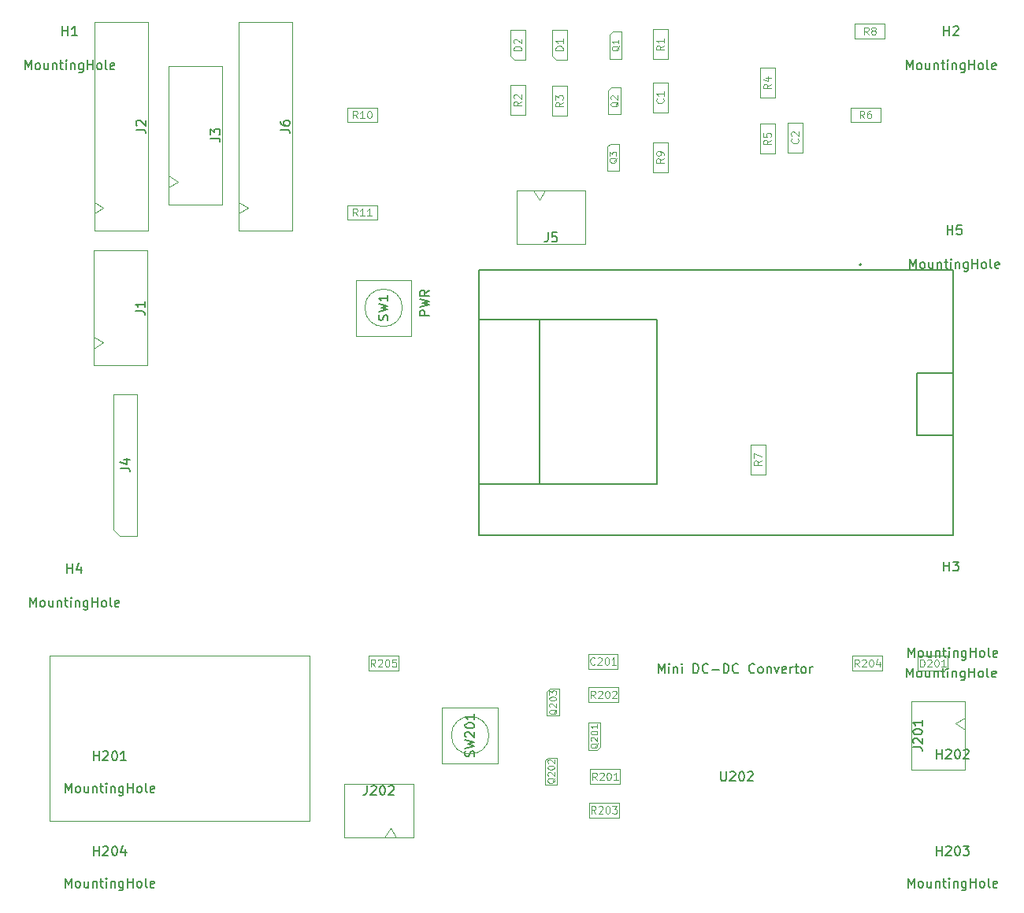
<source format=gbr>
%TF.GenerationSoftware,KiCad,Pcbnew,9.0.7*%
%TF.CreationDate,2026-02-15T13:03:06+01:00*%
%TF.ProjectId,handheldAerosolSensor,68616e64-6865-46c6-9441-65726f736f6c,Rev. 1.0*%
%TF.SameCoordinates,Original*%
%TF.FileFunction,AssemblyDrawing,Top*%
%FSLAX46Y46*%
G04 Gerber Fmt 4.6, Leading zero omitted, Abs format (unit mm)*
G04 Created by KiCad (PCBNEW 9.0.7) date 2026-02-15 13:03:06*
%MOMM*%
%LPD*%
G01*
G04 APERTURE LIST*
%ADD10C,0.120000*%
%ADD11C,0.110000*%
%ADD12C,0.150000*%
%ADD13C,0.100000*%
%ADD14C,0.127000*%
%ADD15C,0.200000*%
G04 APERTURE END LIST*
D10*
X162354762Y-115963855D02*
X162088095Y-115582902D01*
X161897619Y-115963855D02*
X161897619Y-115163855D01*
X161897619Y-115163855D02*
X162202381Y-115163855D01*
X162202381Y-115163855D02*
X162278571Y-115201950D01*
X162278571Y-115201950D02*
X162316666Y-115240045D01*
X162316666Y-115240045D02*
X162354762Y-115316236D01*
X162354762Y-115316236D02*
X162354762Y-115430521D01*
X162354762Y-115430521D02*
X162316666Y-115506712D01*
X162316666Y-115506712D02*
X162278571Y-115544807D01*
X162278571Y-115544807D02*
X162202381Y-115582902D01*
X162202381Y-115582902D02*
X161897619Y-115582902D01*
X162659523Y-115240045D02*
X162697619Y-115201950D01*
X162697619Y-115201950D02*
X162773809Y-115163855D01*
X162773809Y-115163855D02*
X162964285Y-115163855D01*
X162964285Y-115163855D02*
X163040476Y-115201950D01*
X163040476Y-115201950D02*
X163078571Y-115240045D01*
X163078571Y-115240045D02*
X163116666Y-115316236D01*
X163116666Y-115316236D02*
X163116666Y-115392426D01*
X163116666Y-115392426D02*
X163078571Y-115506712D01*
X163078571Y-115506712D02*
X162621428Y-115963855D01*
X162621428Y-115963855D02*
X163116666Y-115963855D01*
X163611905Y-115163855D02*
X163688095Y-115163855D01*
X163688095Y-115163855D02*
X163764286Y-115201950D01*
X163764286Y-115201950D02*
X163802381Y-115240045D01*
X163802381Y-115240045D02*
X163840476Y-115316236D01*
X163840476Y-115316236D02*
X163878571Y-115468617D01*
X163878571Y-115468617D02*
X163878571Y-115659093D01*
X163878571Y-115659093D02*
X163840476Y-115811474D01*
X163840476Y-115811474D02*
X163802381Y-115887664D01*
X163802381Y-115887664D02*
X163764286Y-115925760D01*
X163764286Y-115925760D02*
X163688095Y-115963855D01*
X163688095Y-115963855D02*
X163611905Y-115963855D01*
X163611905Y-115963855D02*
X163535714Y-115925760D01*
X163535714Y-115925760D02*
X163497619Y-115887664D01*
X163497619Y-115887664D02*
X163459524Y-115811474D01*
X163459524Y-115811474D02*
X163421428Y-115659093D01*
X163421428Y-115659093D02*
X163421428Y-115468617D01*
X163421428Y-115468617D02*
X163459524Y-115316236D01*
X163459524Y-115316236D02*
X163497619Y-115240045D01*
X163497619Y-115240045D02*
X163535714Y-115201950D01*
X163535714Y-115201950D02*
X163611905Y-115163855D01*
X164602381Y-115163855D02*
X164221429Y-115163855D01*
X164221429Y-115163855D02*
X164183333Y-115544807D01*
X164183333Y-115544807D02*
X164221429Y-115506712D01*
X164221429Y-115506712D02*
X164297619Y-115468617D01*
X164297619Y-115468617D02*
X164488095Y-115468617D01*
X164488095Y-115468617D02*
X164564286Y-115506712D01*
X164564286Y-115506712D02*
X164602381Y-115544807D01*
X164602381Y-115544807D02*
X164640476Y-115620998D01*
X164640476Y-115620998D02*
X164640476Y-115811474D01*
X164640476Y-115811474D02*
X164602381Y-115887664D01*
X164602381Y-115887664D02*
X164564286Y-115925760D01*
X164564286Y-115925760D02*
X164488095Y-115963855D01*
X164488095Y-115963855D02*
X164297619Y-115963855D01*
X164297619Y-115963855D02*
X164221429Y-115925760D01*
X164221429Y-115925760D02*
X164183333Y-115887664D01*
X214354762Y-115963855D02*
X214088095Y-115582902D01*
X213897619Y-115963855D02*
X213897619Y-115163855D01*
X213897619Y-115163855D02*
X214202381Y-115163855D01*
X214202381Y-115163855D02*
X214278571Y-115201950D01*
X214278571Y-115201950D02*
X214316666Y-115240045D01*
X214316666Y-115240045D02*
X214354762Y-115316236D01*
X214354762Y-115316236D02*
X214354762Y-115430521D01*
X214354762Y-115430521D02*
X214316666Y-115506712D01*
X214316666Y-115506712D02*
X214278571Y-115544807D01*
X214278571Y-115544807D02*
X214202381Y-115582902D01*
X214202381Y-115582902D02*
X213897619Y-115582902D01*
X214659523Y-115240045D02*
X214697619Y-115201950D01*
X214697619Y-115201950D02*
X214773809Y-115163855D01*
X214773809Y-115163855D02*
X214964285Y-115163855D01*
X214964285Y-115163855D02*
X215040476Y-115201950D01*
X215040476Y-115201950D02*
X215078571Y-115240045D01*
X215078571Y-115240045D02*
X215116666Y-115316236D01*
X215116666Y-115316236D02*
X215116666Y-115392426D01*
X215116666Y-115392426D02*
X215078571Y-115506712D01*
X215078571Y-115506712D02*
X214621428Y-115963855D01*
X214621428Y-115963855D02*
X215116666Y-115963855D01*
X215611905Y-115163855D02*
X215688095Y-115163855D01*
X215688095Y-115163855D02*
X215764286Y-115201950D01*
X215764286Y-115201950D02*
X215802381Y-115240045D01*
X215802381Y-115240045D02*
X215840476Y-115316236D01*
X215840476Y-115316236D02*
X215878571Y-115468617D01*
X215878571Y-115468617D02*
X215878571Y-115659093D01*
X215878571Y-115659093D02*
X215840476Y-115811474D01*
X215840476Y-115811474D02*
X215802381Y-115887664D01*
X215802381Y-115887664D02*
X215764286Y-115925760D01*
X215764286Y-115925760D02*
X215688095Y-115963855D01*
X215688095Y-115963855D02*
X215611905Y-115963855D01*
X215611905Y-115963855D02*
X215535714Y-115925760D01*
X215535714Y-115925760D02*
X215497619Y-115887664D01*
X215497619Y-115887664D02*
X215459524Y-115811474D01*
X215459524Y-115811474D02*
X215421428Y-115659093D01*
X215421428Y-115659093D02*
X215421428Y-115468617D01*
X215421428Y-115468617D02*
X215459524Y-115316236D01*
X215459524Y-115316236D02*
X215497619Y-115240045D01*
X215497619Y-115240045D02*
X215535714Y-115201950D01*
X215535714Y-115201950D02*
X215611905Y-115163855D01*
X216564286Y-115430521D02*
X216564286Y-115963855D01*
X216373810Y-115125760D02*
X216183333Y-115697188D01*
X216183333Y-115697188D02*
X216678572Y-115697188D01*
X220935119Y-115963855D02*
X220935119Y-115163855D01*
X220935119Y-115163855D02*
X221125595Y-115163855D01*
X221125595Y-115163855D02*
X221239881Y-115201950D01*
X221239881Y-115201950D02*
X221316071Y-115278140D01*
X221316071Y-115278140D02*
X221354166Y-115354331D01*
X221354166Y-115354331D02*
X221392262Y-115506712D01*
X221392262Y-115506712D02*
X221392262Y-115620998D01*
X221392262Y-115620998D02*
X221354166Y-115773379D01*
X221354166Y-115773379D02*
X221316071Y-115849569D01*
X221316071Y-115849569D02*
X221239881Y-115925760D01*
X221239881Y-115925760D02*
X221125595Y-115963855D01*
X221125595Y-115963855D02*
X220935119Y-115963855D01*
X221697023Y-115240045D02*
X221735119Y-115201950D01*
X221735119Y-115201950D02*
X221811309Y-115163855D01*
X221811309Y-115163855D02*
X222001785Y-115163855D01*
X222001785Y-115163855D02*
X222077976Y-115201950D01*
X222077976Y-115201950D02*
X222116071Y-115240045D01*
X222116071Y-115240045D02*
X222154166Y-115316236D01*
X222154166Y-115316236D02*
X222154166Y-115392426D01*
X222154166Y-115392426D02*
X222116071Y-115506712D01*
X222116071Y-115506712D02*
X221658928Y-115963855D01*
X221658928Y-115963855D02*
X222154166Y-115963855D01*
X222649405Y-115163855D02*
X222725595Y-115163855D01*
X222725595Y-115163855D02*
X222801786Y-115201950D01*
X222801786Y-115201950D02*
X222839881Y-115240045D01*
X222839881Y-115240045D02*
X222877976Y-115316236D01*
X222877976Y-115316236D02*
X222916071Y-115468617D01*
X222916071Y-115468617D02*
X222916071Y-115659093D01*
X222916071Y-115659093D02*
X222877976Y-115811474D01*
X222877976Y-115811474D02*
X222839881Y-115887664D01*
X222839881Y-115887664D02*
X222801786Y-115925760D01*
X222801786Y-115925760D02*
X222725595Y-115963855D01*
X222725595Y-115963855D02*
X222649405Y-115963855D01*
X222649405Y-115963855D02*
X222573214Y-115925760D01*
X222573214Y-115925760D02*
X222535119Y-115887664D01*
X222535119Y-115887664D02*
X222497024Y-115811474D01*
X222497024Y-115811474D02*
X222458928Y-115659093D01*
X222458928Y-115659093D02*
X222458928Y-115468617D01*
X222458928Y-115468617D02*
X222497024Y-115316236D01*
X222497024Y-115316236D02*
X222535119Y-115240045D01*
X222535119Y-115240045D02*
X222573214Y-115201950D01*
X222573214Y-115201950D02*
X222649405Y-115163855D01*
X223677976Y-115963855D02*
X223220833Y-115963855D01*
X223449405Y-115963855D02*
X223449405Y-115163855D01*
X223449405Y-115163855D02*
X223373214Y-115278140D01*
X223373214Y-115278140D02*
X223297024Y-115354331D01*
X223297024Y-115354331D02*
X223220833Y-115392426D01*
X214916667Y-56963855D02*
X214650000Y-56582902D01*
X214459524Y-56963855D02*
X214459524Y-56163855D01*
X214459524Y-56163855D02*
X214764286Y-56163855D01*
X214764286Y-56163855D02*
X214840476Y-56201950D01*
X214840476Y-56201950D02*
X214878571Y-56240045D01*
X214878571Y-56240045D02*
X214916667Y-56316236D01*
X214916667Y-56316236D02*
X214916667Y-56430521D01*
X214916667Y-56430521D02*
X214878571Y-56506712D01*
X214878571Y-56506712D02*
X214840476Y-56544807D01*
X214840476Y-56544807D02*
X214764286Y-56582902D01*
X214764286Y-56582902D02*
X214459524Y-56582902D01*
X215602381Y-56163855D02*
X215450000Y-56163855D01*
X215450000Y-56163855D02*
X215373809Y-56201950D01*
X215373809Y-56201950D02*
X215335714Y-56240045D01*
X215335714Y-56240045D02*
X215259524Y-56354331D01*
X215259524Y-56354331D02*
X215221428Y-56506712D01*
X215221428Y-56506712D02*
X215221428Y-56811474D01*
X215221428Y-56811474D02*
X215259524Y-56887664D01*
X215259524Y-56887664D02*
X215297619Y-56925760D01*
X215297619Y-56925760D02*
X215373809Y-56963855D01*
X215373809Y-56963855D02*
X215526190Y-56963855D01*
X215526190Y-56963855D02*
X215602381Y-56925760D01*
X215602381Y-56925760D02*
X215640476Y-56887664D01*
X215640476Y-56887664D02*
X215678571Y-56811474D01*
X215678571Y-56811474D02*
X215678571Y-56620998D01*
X215678571Y-56620998D02*
X215640476Y-56544807D01*
X215640476Y-56544807D02*
X215602381Y-56506712D01*
X215602381Y-56506712D02*
X215526190Y-56468617D01*
X215526190Y-56468617D02*
X215373809Y-56468617D01*
X215373809Y-56468617D02*
X215297619Y-56506712D01*
X215297619Y-56506712D02*
X215259524Y-56544807D01*
X215259524Y-56544807D02*
X215221428Y-56620998D01*
D11*
X188458437Y-55168571D02*
X188424151Y-55237142D01*
X188424151Y-55237142D02*
X188355580Y-55305714D01*
X188355580Y-55305714D02*
X188252722Y-55408571D01*
X188252722Y-55408571D02*
X188218437Y-55477142D01*
X188218437Y-55477142D02*
X188218437Y-55545714D01*
X188389865Y-55511428D02*
X188355580Y-55580000D01*
X188355580Y-55580000D02*
X188287008Y-55648571D01*
X188287008Y-55648571D02*
X188149865Y-55682857D01*
X188149865Y-55682857D02*
X187909865Y-55682857D01*
X187909865Y-55682857D02*
X187772722Y-55648571D01*
X187772722Y-55648571D02*
X187704151Y-55580000D01*
X187704151Y-55580000D02*
X187669865Y-55511428D01*
X187669865Y-55511428D02*
X187669865Y-55374285D01*
X187669865Y-55374285D02*
X187704151Y-55305714D01*
X187704151Y-55305714D02*
X187772722Y-55237142D01*
X187772722Y-55237142D02*
X187909865Y-55202857D01*
X187909865Y-55202857D02*
X188149865Y-55202857D01*
X188149865Y-55202857D02*
X188287008Y-55237142D01*
X188287008Y-55237142D02*
X188355580Y-55305714D01*
X188355580Y-55305714D02*
X188389865Y-55374285D01*
X188389865Y-55374285D02*
X188389865Y-55511428D01*
X187738437Y-54928571D02*
X187704151Y-54894285D01*
X187704151Y-54894285D02*
X187669865Y-54825714D01*
X187669865Y-54825714D02*
X187669865Y-54654285D01*
X187669865Y-54654285D02*
X187704151Y-54585714D01*
X187704151Y-54585714D02*
X187738437Y-54551428D01*
X187738437Y-54551428D02*
X187807008Y-54517142D01*
X187807008Y-54517142D02*
X187875580Y-54517142D01*
X187875580Y-54517142D02*
X187978437Y-54551428D01*
X187978437Y-54551428D02*
X188389865Y-54962856D01*
X188389865Y-54962856D02*
X188389865Y-54517142D01*
D12*
X129014285Y-129490605D02*
X129014285Y-128490605D01*
X129014285Y-128490605D02*
X129347618Y-129204890D01*
X129347618Y-129204890D02*
X129680951Y-128490605D01*
X129680951Y-128490605D02*
X129680951Y-129490605D01*
X130299999Y-129490605D02*
X130204761Y-129442986D01*
X130204761Y-129442986D02*
X130157142Y-129395366D01*
X130157142Y-129395366D02*
X130109523Y-129300128D01*
X130109523Y-129300128D02*
X130109523Y-129014414D01*
X130109523Y-129014414D02*
X130157142Y-128919176D01*
X130157142Y-128919176D02*
X130204761Y-128871557D01*
X130204761Y-128871557D02*
X130299999Y-128823938D01*
X130299999Y-128823938D02*
X130442856Y-128823938D01*
X130442856Y-128823938D02*
X130538094Y-128871557D01*
X130538094Y-128871557D02*
X130585713Y-128919176D01*
X130585713Y-128919176D02*
X130633332Y-129014414D01*
X130633332Y-129014414D02*
X130633332Y-129300128D01*
X130633332Y-129300128D02*
X130585713Y-129395366D01*
X130585713Y-129395366D02*
X130538094Y-129442986D01*
X130538094Y-129442986D02*
X130442856Y-129490605D01*
X130442856Y-129490605D02*
X130299999Y-129490605D01*
X131490475Y-128823938D02*
X131490475Y-129490605D01*
X131061904Y-128823938D02*
X131061904Y-129347747D01*
X131061904Y-129347747D02*
X131109523Y-129442986D01*
X131109523Y-129442986D02*
X131204761Y-129490605D01*
X131204761Y-129490605D02*
X131347618Y-129490605D01*
X131347618Y-129490605D02*
X131442856Y-129442986D01*
X131442856Y-129442986D02*
X131490475Y-129395366D01*
X131966666Y-128823938D02*
X131966666Y-129490605D01*
X131966666Y-128919176D02*
X132014285Y-128871557D01*
X132014285Y-128871557D02*
X132109523Y-128823938D01*
X132109523Y-128823938D02*
X132252380Y-128823938D01*
X132252380Y-128823938D02*
X132347618Y-128871557D01*
X132347618Y-128871557D02*
X132395237Y-128966795D01*
X132395237Y-128966795D02*
X132395237Y-129490605D01*
X132728571Y-128823938D02*
X133109523Y-128823938D01*
X132871428Y-128490605D02*
X132871428Y-129347747D01*
X132871428Y-129347747D02*
X132919047Y-129442986D01*
X132919047Y-129442986D02*
X133014285Y-129490605D01*
X133014285Y-129490605D02*
X133109523Y-129490605D01*
X133442857Y-129490605D02*
X133442857Y-128823938D01*
X133442857Y-128490605D02*
X133395238Y-128538224D01*
X133395238Y-128538224D02*
X133442857Y-128585843D01*
X133442857Y-128585843D02*
X133490476Y-128538224D01*
X133490476Y-128538224D02*
X133442857Y-128490605D01*
X133442857Y-128490605D02*
X133442857Y-128585843D01*
X133919047Y-128823938D02*
X133919047Y-129490605D01*
X133919047Y-128919176D02*
X133966666Y-128871557D01*
X133966666Y-128871557D02*
X134061904Y-128823938D01*
X134061904Y-128823938D02*
X134204761Y-128823938D01*
X134204761Y-128823938D02*
X134299999Y-128871557D01*
X134299999Y-128871557D02*
X134347618Y-128966795D01*
X134347618Y-128966795D02*
X134347618Y-129490605D01*
X135252380Y-128823938D02*
X135252380Y-129633462D01*
X135252380Y-129633462D02*
X135204761Y-129728700D01*
X135204761Y-129728700D02*
X135157142Y-129776319D01*
X135157142Y-129776319D02*
X135061904Y-129823938D01*
X135061904Y-129823938D02*
X134919047Y-129823938D01*
X134919047Y-129823938D02*
X134823809Y-129776319D01*
X135252380Y-129442986D02*
X135157142Y-129490605D01*
X135157142Y-129490605D02*
X134966666Y-129490605D01*
X134966666Y-129490605D02*
X134871428Y-129442986D01*
X134871428Y-129442986D02*
X134823809Y-129395366D01*
X134823809Y-129395366D02*
X134776190Y-129300128D01*
X134776190Y-129300128D02*
X134776190Y-129014414D01*
X134776190Y-129014414D02*
X134823809Y-128919176D01*
X134823809Y-128919176D02*
X134871428Y-128871557D01*
X134871428Y-128871557D02*
X134966666Y-128823938D01*
X134966666Y-128823938D02*
X135157142Y-128823938D01*
X135157142Y-128823938D02*
X135252380Y-128871557D01*
X135728571Y-129490605D02*
X135728571Y-128490605D01*
X135728571Y-128966795D02*
X136299999Y-128966795D01*
X136299999Y-129490605D02*
X136299999Y-128490605D01*
X136919047Y-129490605D02*
X136823809Y-129442986D01*
X136823809Y-129442986D02*
X136776190Y-129395366D01*
X136776190Y-129395366D02*
X136728571Y-129300128D01*
X136728571Y-129300128D02*
X136728571Y-129014414D01*
X136728571Y-129014414D02*
X136776190Y-128919176D01*
X136776190Y-128919176D02*
X136823809Y-128871557D01*
X136823809Y-128871557D02*
X136919047Y-128823938D01*
X136919047Y-128823938D02*
X137061904Y-128823938D01*
X137061904Y-128823938D02*
X137157142Y-128871557D01*
X137157142Y-128871557D02*
X137204761Y-128919176D01*
X137204761Y-128919176D02*
X137252380Y-129014414D01*
X137252380Y-129014414D02*
X137252380Y-129300128D01*
X137252380Y-129300128D02*
X137204761Y-129395366D01*
X137204761Y-129395366D02*
X137157142Y-129442986D01*
X137157142Y-129442986D02*
X137061904Y-129490605D01*
X137061904Y-129490605D02*
X136919047Y-129490605D01*
X137823809Y-129490605D02*
X137728571Y-129442986D01*
X137728571Y-129442986D02*
X137680952Y-129347747D01*
X137680952Y-129347747D02*
X137680952Y-128490605D01*
X138585714Y-129442986D02*
X138490476Y-129490605D01*
X138490476Y-129490605D02*
X138300000Y-129490605D01*
X138300000Y-129490605D02*
X138204762Y-129442986D01*
X138204762Y-129442986D02*
X138157143Y-129347747D01*
X138157143Y-129347747D02*
X138157143Y-128966795D01*
X138157143Y-128966795D02*
X138204762Y-128871557D01*
X138204762Y-128871557D02*
X138300000Y-128823938D01*
X138300000Y-128823938D02*
X138490476Y-128823938D01*
X138490476Y-128823938D02*
X138585714Y-128871557D01*
X138585714Y-128871557D02*
X138633333Y-128966795D01*
X138633333Y-128966795D02*
X138633333Y-129062033D01*
X138633333Y-129062033D02*
X138157143Y-129157271D01*
X132085714Y-126040605D02*
X132085714Y-125040605D01*
X132085714Y-125516795D02*
X132657142Y-125516795D01*
X132657142Y-126040605D02*
X132657142Y-125040605D01*
X133085714Y-125135843D02*
X133133333Y-125088224D01*
X133133333Y-125088224D02*
X133228571Y-125040605D01*
X133228571Y-125040605D02*
X133466666Y-125040605D01*
X133466666Y-125040605D02*
X133561904Y-125088224D01*
X133561904Y-125088224D02*
X133609523Y-125135843D01*
X133609523Y-125135843D02*
X133657142Y-125231081D01*
X133657142Y-125231081D02*
X133657142Y-125326319D01*
X133657142Y-125326319D02*
X133609523Y-125469176D01*
X133609523Y-125469176D02*
X133038095Y-126040605D01*
X133038095Y-126040605D02*
X133657142Y-126040605D01*
X134276190Y-125040605D02*
X134371428Y-125040605D01*
X134371428Y-125040605D02*
X134466666Y-125088224D01*
X134466666Y-125088224D02*
X134514285Y-125135843D01*
X134514285Y-125135843D02*
X134561904Y-125231081D01*
X134561904Y-125231081D02*
X134609523Y-125421557D01*
X134609523Y-125421557D02*
X134609523Y-125659652D01*
X134609523Y-125659652D02*
X134561904Y-125850128D01*
X134561904Y-125850128D02*
X134514285Y-125945366D01*
X134514285Y-125945366D02*
X134466666Y-125992986D01*
X134466666Y-125992986D02*
X134371428Y-126040605D01*
X134371428Y-126040605D02*
X134276190Y-126040605D01*
X134276190Y-126040605D02*
X134180952Y-125992986D01*
X134180952Y-125992986D02*
X134133333Y-125945366D01*
X134133333Y-125945366D02*
X134085714Y-125850128D01*
X134085714Y-125850128D02*
X134038095Y-125659652D01*
X134038095Y-125659652D02*
X134038095Y-125421557D01*
X134038095Y-125421557D02*
X134085714Y-125231081D01*
X134085714Y-125231081D02*
X134133333Y-125135843D01*
X134133333Y-125135843D02*
X134180952Y-125088224D01*
X134180952Y-125088224D02*
X134276190Y-125040605D01*
X135561904Y-126040605D02*
X134990476Y-126040605D01*
X135276190Y-126040605D02*
X135276190Y-125040605D01*
X135276190Y-125040605D02*
X135180952Y-125183462D01*
X135180952Y-125183462D02*
X135085714Y-125278700D01*
X135085714Y-125278700D02*
X134990476Y-125326319D01*
D10*
X182538855Y-55233332D02*
X182157902Y-55499999D01*
X182538855Y-55690475D02*
X181738855Y-55690475D01*
X181738855Y-55690475D02*
X181738855Y-55385713D01*
X181738855Y-55385713D02*
X181776950Y-55309523D01*
X181776950Y-55309523D02*
X181815045Y-55271428D01*
X181815045Y-55271428D02*
X181891236Y-55233332D01*
X181891236Y-55233332D02*
X182005521Y-55233332D01*
X182005521Y-55233332D02*
X182081712Y-55271428D01*
X182081712Y-55271428D02*
X182119807Y-55309523D01*
X182119807Y-55309523D02*
X182157902Y-55385713D01*
X182157902Y-55385713D02*
X182157902Y-55690475D01*
X181738855Y-54966666D02*
X181738855Y-54471428D01*
X181738855Y-54471428D02*
X182043617Y-54738094D01*
X182043617Y-54738094D02*
X182043617Y-54623809D01*
X182043617Y-54623809D02*
X182081712Y-54547618D01*
X182081712Y-54547618D02*
X182119807Y-54509523D01*
X182119807Y-54509523D02*
X182195998Y-54471428D01*
X182195998Y-54471428D02*
X182386474Y-54471428D01*
X182386474Y-54471428D02*
X182462664Y-54509523D01*
X182462664Y-54509523D02*
X182500760Y-54547618D01*
X182500760Y-54547618D02*
X182538855Y-54623809D01*
X182538855Y-54623809D02*
X182538855Y-54852380D01*
X182538855Y-54852380D02*
X182500760Y-54928571D01*
X182500760Y-54928571D02*
X182462664Y-54966666D01*
D12*
X219814285Y-73104819D02*
X219814285Y-72104819D01*
X219814285Y-72104819D02*
X220147618Y-72819104D01*
X220147618Y-72819104D02*
X220480951Y-72104819D01*
X220480951Y-72104819D02*
X220480951Y-73104819D01*
X221099999Y-73104819D02*
X221004761Y-73057200D01*
X221004761Y-73057200D02*
X220957142Y-73009580D01*
X220957142Y-73009580D02*
X220909523Y-72914342D01*
X220909523Y-72914342D02*
X220909523Y-72628628D01*
X220909523Y-72628628D02*
X220957142Y-72533390D01*
X220957142Y-72533390D02*
X221004761Y-72485771D01*
X221004761Y-72485771D02*
X221099999Y-72438152D01*
X221099999Y-72438152D02*
X221242856Y-72438152D01*
X221242856Y-72438152D02*
X221338094Y-72485771D01*
X221338094Y-72485771D02*
X221385713Y-72533390D01*
X221385713Y-72533390D02*
X221433332Y-72628628D01*
X221433332Y-72628628D02*
X221433332Y-72914342D01*
X221433332Y-72914342D02*
X221385713Y-73009580D01*
X221385713Y-73009580D02*
X221338094Y-73057200D01*
X221338094Y-73057200D02*
X221242856Y-73104819D01*
X221242856Y-73104819D02*
X221099999Y-73104819D01*
X222290475Y-72438152D02*
X222290475Y-73104819D01*
X221861904Y-72438152D02*
X221861904Y-72961961D01*
X221861904Y-72961961D02*
X221909523Y-73057200D01*
X221909523Y-73057200D02*
X222004761Y-73104819D01*
X222004761Y-73104819D02*
X222147618Y-73104819D01*
X222147618Y-73104819D02*
X222242856Y-73057200D01*
X222242856Y-73057200D02*
X222290475Y-73009580D01*
X222766666Y-72438152D02*
X222766666Y-73104819D01*
X222766666Y-72533390D02*
X222814285Y-72485771D01*
X222814285Y-72485771D02*
X222909523Y-72438152D01*
X222909523Y-72438152D02*
X223052380Y-72438152D01*
X223052380Y-72438152D02*
X223147618Y-72485771D01*
X223147618Y-72485771D02*
X223195237Y-72581009D01*
X223195237Y-72581009D02*
X223195237Y-73104819D01*
X223528571Y-72438152D02*
X223909523Y-72438152D01*
X223671428Y-72104819D02*
X223671428Y-72961961D01*
X223671428Y-72961961D02*
X223719047Y-73057200D01*
X223719047Y-73057200D02*
X223814285Y-73104819D01*
X223814285Y-73104819D02*
X223909523Y-73104819D01*
X224242857Y-73104819D02*
X224242857Y-72438152D01*
X224242857Y-72104819D02*
X224195238Y-72152438D01*
X224195238Y-72152438D02*
X224242857Y-72200057D01*
X224242857Y-72200057D02*
X224290476Y-72152438D01*
X224290476Y-72152438D02*
X224242857Y-72104819D01*
X224242857Y-72104819D02*
X224242857Y-72200057D01*
X224719047Y-72438152D02*
X224719047Y-73104819D01*
X224719047Y-72533390D02*
X224766666Y-72485771D01*
X224766666Y-72485771D02*
X224861904Y-72438152D01*
X224861904Y-72438152D02*
X225004761Y-72438152D01*
X225004761Y-72438152D02*
X225099999Y-72485771D01*
X225099999Y-72485771D02*
X225147618Y-72581009D01*
X225147618Y-72581009D02*
X225147618Y-73104819D01*
X226052380Y-72438152D02*
X226052380Y-73247676D01*
X226052380Y-73247676D02*
X226004761Y-73342914D01*
X226004761Y-73342914D02*
X225957142Y-73390533D01*
X225957142Y-73390533D02*
X225861904Y-73438152D01*
X225861904Y-73438152D02*
X225719047Y-73438152D01*
X225719047Y-73438152D02*
X225623809Y-73390533D01*
X226052380Y-73057200D02*
X225957142Y-73104819D01*
X225957142Y-73104819D02*
X225766666Y-73104819D01*
X225766666Y-73104819D02*
X225671428Y-73057200D01*
X225671428Y-73057200D02*
X225623809Y-73009580D01*
X225623809Y-73009580D02*
X225576190Y-72914342D01*
X225576190Y-72914342D02*
X225576190Y-72628628D01*
X225576190Y-72628628D02*
X225623809Y-72533390D01*
X225623809Y-72533390D02*
X225671428Y-72485771D01*
X225671428Y-72485771D02*
X225766666Y-72438152D01*
X225766666Y-72438152D02*
X225957142Y-72438152D01*
X225957142Y-72438152D02*
X226052380Y-72485771D01*
X226528571Y-73104819D02*
X226528571Y-72104819D01*
X226528571Y-72581009D02*
X227099999Y-72581009D01*
X227099999Y-73104819D02*
X227099999Y-72104819D01*
X227719047Y-73104819D02*
X227623809Y-73057200D01*
X227623809Y-73057200D02*
X227576190Y-73009580D01*
X227576190Y-73009580D02*
X227528571Y-72914342D01*
X227528571Y-72914342D02*
X227528571Y-72628628D01*
X227528571Y-72628628D02*
X227576190Y-72533390D01*
X227576190Y-72533390D02*
X227623809Y-72485771D01*
X227623809Y-72485771D02*
X227719047Y-72438152D01*
X227719047Y-72438152D02*
X227861904Y-72438152D01*
X227861904Y-72438152D02*
X227957142Y-72485771D01*
X227957142Y-72485771D02*
X228004761Y-72533390D01*
X228004761Y-72533390D02*
X228052380Y-72628628D01*
X228052380Y-72628628D02*
X228052380Y-72914342D01*
X228052380Y-72914342D02*
X228004761Y-73009580D01*
X228004761Y-73009580D02*
X227957142Y-73057200D01*
X227957142Y-73057200D02*
X227861904Y-73104819D01*
X227861904Y-73104819D02*
X227719047Y-73104819D01*
X228623809Y-73104819D02*
X228528571Y-73057200D01*
X228528571Y-73057200D02*
X228480952Y-72961961D01*
X228480952Y-72961961D02*
X228480952Y-72104819D01*
X229385714Y-73057200D02*
X229290476Y-73104819D01*
X229290476Y-73104819D02*
X229100000Y-73104819D01*
X229100000Y-73104819D02*
X229004762Y-73057200D01*
X229004762Y-73057200D02*
X228957143Y-72961961D01*
X228957143Y-72961961D02*
X228957143Y-72581009D01*
X228957143Y-72581009D02*
X229004762Y-72485771D01*
X229004762Y-72485771D02*
X229100000Y-72438152D01*
X229100000Y-72438152D02*
X229290476Y-72438152D01*
X229290476Y-72438152D02*
X229385714Y-72485771D01*
X229385714Y-72485771D02*
X229433333Y-72581009D01*
X229433333Y-72581009D02*
X229433333Y-72676247D01*
X229433333Y-72676247D02*
X228957143Y-72771485D01*
X223838095Y-69454819D02*
X223838095Y-68454819D01*
X223838095Y-68931009D02*
X224409523Y-68931009D01*
X224409523Y-69454819D02*
X224409523Y-68454819D01*
X225361904Y-68454819D02*
X224885714Y-68454819D01*
X224885714Y-68454819D02*
X224838095Y-68931009D01*
X224838095Y-68931009D02*
X224885714Y-68883390D01*
X224885714Y-68883390D02*
X224980952Y-68835771D01*
X224980952Y-68835771D02*
X225219047Y-68835771D01*
X225219047Y-68835771D02*
X225314285Y-68883390D01*
X225314285Y-68883390D02*
X225361904Y-68931009D01*
X225361904Y-68931009D02*
X225409523Y-69026247D01*
X225409523Y-69026247D02*
X225409523Y-69264342D01*
X225409523Y-69264342D02*
X225361904Y-69359580D01*
X225361904Y-69359580D02*
X225314285Y-69407200D01*
X225314285Y-69407200D02*
X225219047Y-69454819D01*
X225219047Y-69454819D02*
X224980952Y-69454819D01*
X224980952Y-69454819D02*
X224885714Y-69407200D01*
X224885714Y-69407200D02*
X224838095Y-69359580D01*
X136654819Y-58183333D02*
X137369104Y-58183333D01*
X137369104Y-58183333D02*
X137511961Y-58230952D01*
X137511961Y-58230952D02*
X137607200Y-58326190D01*
X137607200Y-58326190D02*
X137654819Y-58469047D01*
X137654819Y-58469047D02*
X137654819Y-58564285D01*
X136750057Y-57754761D02*
X136702438Y-57707142D01*
X136702438Y-57707142D02*
X136654819Y-57611904D01*
X136654819Y-57611904D02*
X136654819Y-57373809D01*
X136654819Y-57373809D02*
X136702438Y-57278571D01*
X136702438Y-57278571D02*
X136750057Y-57230952D01*
X136750057Y-57230952D02*
X136845295Y-57183333D01*
X136845295Y-57183333D02*
X136940533Y-57183333D01*
X136940533Y-57183333D02*
X137083390Y-57230952D01*
X137083390Y-57230952D02*
X137654819Y-57802380D01*
X137654819Y-57802380D02*
X137654819Y-57183333D01*
X172957200Y-125621499D02*
X173004819Y-125478642D01*
X173004819Y-125478642D02*
X173004819Y-125240547D01*
X173004819Y-125240547D02*
X172957200Y-125145309D01*
X172957200Y-125145309D02*
X172909580Y-125097690D01*
X172909580Y-125097690D02*
X172814342Y-125050071D01*
X172814342Y-125050071D02*
X172719104Y-125050071D01*
X172719104Y-125050071D02*
X172623866Y-125097690D01*
X172623866Y-125097690D02*
X172576247Y-125145309D01*
X172576247Y-125145309D02*
X172528628Y-125240547D01*
X172528628Y-125240547D02*
X172481009Y-125431023D01*
X172481009Y-125431023D02*
X172433390Y-125526261D01*
X172433390Y-125526261D02*
X172385771Y-125573880D01*
X172385771Y-125573880D02*
X172290533Y-125621499D01*
X172290533Y-125621499D02*
X172195295Y-125621499D01*
X172195295Y-125621499D02*
X172100057Y-125573880D01*
X172100057Y-125573880D02*
X172052438Y-125526261D01*
X172052438Y-125526261D02*
X172004819Y-125431023D01*
X172004819Y-125431023D02*
X172004819Y-125192928D01*
X172004819Y-125192928D02*
X172052438Y-125050071D01*
X172004819Y-124716737D02*
X173004819Y-124478642D01*
X173004819Y-124478642D02*
X172290533Y-124288166D01*
X172290533Y-124288166D02*
X173004819Y-124097690D01*
X173004819Y-124097690D02*
X172004819Y-123859595D01*
X172100057Y-123526261D02*
X172052438Y-123478642D01*
X172052438Y-123478642D02*
X172004819Y-123383404D01*
X172004819Y-123383404D02*
X172004819Y-123145309D01*
X172004819Y-123145309D02*
X172052438Y-123050071D01*
X172052438Y-123050071D02*
X172100057Y-123002452D01*
X172100057Y-123002452D02*
X172195295Y-122954833D01*
X172195295Y-122954833D02*
X172290533Y-122954833D01*
X172290533Y-122954833D02*
X172433390Y-123002452D01*
X172433390Y-123002452D02*
X173004819Y-123573880D01*
X173004819Y-123573880D02*
X173004819Y-122954833D01*
X172004819Y-122335785D02*
X172004819Y-122240547D01*
X172004819Y-122240547D02*
X172052438Y-122145309D01*
X172052438Y-122145309D02*
X172100057Y-122097690D01*
X172100057Y-122097690D02*
X172195295Y-122050071D01*
X172195295Y-122050071D02*
X172385771Y-122002452D01*
X172385771Y-122002452D02*
X172623866Y-122002452D01*
X172623866Y-122002452D02*
X172814342Y-122050071D01*
X172814342Y-122050071D02*
X172909580Y-122097690D01*
X172909580Y-122097690D02*
X172957200Y-122145309D01*
X172957200Y-122145309D02*
X173004819Y-122240547D01*
X173004819Y-122240547D02*
X173004819Y-122335785D01*
X173004819Y-122335785D02*
X172957200Y-122431023D01*
X172957200Y-122431023D02*
X172909580Y-122478642D01*
X172909580Y-122478642D02*
X172814342Y-122526261D01*
X172814342Y-122526261D02*
X172623866Y-122573880D01*
X172623866Y-122573880D02*
X172385771Y-122573880D01*
X172385771Y-122573880D02*
X172195295Y-122526261D01*
X172195295Y-122526261D02*
X172100057Y-122478642D01*
X172100057Y-122478642D02*
X172052438Y-122431023D01*
X172052438Y-122431023D02*
X172004819Y-122335785D01*
X173004819Y-121050071D02*
X173004819Y-121621499D01*
X173004819Y-121335785D02*
X172004819Y-121335785D01*
X172004819Y-121335785D02*
X172147676Y-121431023D01*
X172147676Y-121431023D02*
X172242914Y-121526261D01*
X172242914Y-121526261D02*
X172290533Y-121621499D01*
X168154819Y-78183332D02*
X167154819Y-78183332D01*
X167154819Y-78183332D02*
X167154819Y-77802380D01*
X167154819Y-77802380D02*
X167202438Y-77707142D01*
X167202438Y-77707142D02*
X167250057Y-77659523D01*
X167250057Y-77659523D02*
X167345295Y-77611904D01*
X167345295Y-77611904D02*
X167488152Y-77611904D01*
X167488152Y-77611904D02*
X167583390Y-77659523D01*
X167583390Y-77659523D02*
X167631009Y-77707142D01*
X167631009Y-77707142D02*
X167678628Y-77802380D01*
X167678628Y-77802380D02*
X167678628Y-78183332D01*
X167154819Y-77278570D02*
X168154819Y-77040475D01*
X168154819Y-77040475D02*
X167440533Y-76849999D01*
X167440533Y-76849999D02*
X168154819Y-76659523D01*
X168154819Y-76659523D02*
X167154819Y-76421428D01*
X168154819Y-75469047D02*
X167678628Y-75802380D01*
X168154819Y-76040475D02*
X167154819Y-76040475D01*
X167154819Y-76040475D02*
X167154819Y-75659523D01*
X167154819Y-75659523D02*
X167202438Y-75564285D01*
X167202438Y-75564285D02*
X167250057Y-75516666D01*
X167250057Y-75516666D02*
X167345295Y-75469047D01*
X167345295Y-75469047D02*
X167488152Y-75469047D01*
X167488152Y-75469047D02*
X167583390Y-75516666D01*
X167583390Y-75516666D02*
X167631009Y-75564285D01*
X167631009Y-75564285D02*
X167678628Y-75659523D01*
X167678628Y-75659523D02*
X167678628Y-76040475D01*
X163657200Y-78683332D02*
X163704819Y-78540475D01*
X163704819Y-78540475D02*
X163704819Y-78302380D01*
X163704819Y-78302380D02*
X163657200Y-78207142D01*
X163657200Y-78207142D02*
X163609580Y-78159523D01*
X163609580Y-78159523D02*
X163514342Y-78111904D01*
X163514342Y-78111904D02*
X163419104Y-78111904D01*
X163419104Y-78111904D02*
X163323866Y-78159523D01*
X163323866Y-78159523D02*
X163276247Y-78207142D01*
X163276247Y-78207142D02*
X163228628Y-78302380D01*
X163228628Y-78302380D02*
X163181009Y-78492856D01*
X163181009Y-78492856D02*
X163133390Y-78588094D01*
X163133390Y-78588094D02*
X163085771Y-78635713D01*
X163085771Y-78635713D02*
X162990533Y-78683332D01*
X162990533Y-78683332D02*
X162895295Y-78683332D01*
X162895295Y-78683332D02*
X162800057Y-78635713D01*
X162800057Y-78635713D02*
X162752438Y-78588094D01*
X162752438Y-78588094D02*
X162704819Y-78492856D01*
X162704819Y-78492856D02*
X162704819Y-78254761D01*
X162704819Y-78254761D02*
X162752438Y-78111904D01*
X162704819Y-77778570D02*
X163704819Y-77540475D01*
X163704819Y-77540475D02*
X162990533Y-77349999D01*
X162990533Y-77349999D02*
X163704819Y-77159523D01*
X163704819Y-77159523D02*
X162704819Y-76921428D01*
X163704819Y-76016666D02*
X163704819Y-76588094D01*
X163704819Y-76302380D02*
X162704819Y-76302380D01*
X162704819Y-76302380D02*
X162847676Y-76397618D01*
X162847676Y-76397618D02*
X162942914Y-76492856D01*
X162942914Y-76492856D02*
X162990533Y-76588094D01*
D10*
X160435714Y-67463855D02*
X160169047Y-67082902D01*
X159978571Y-67463855D02*
X159978571Y-66663855D01*
X159978571Y-66663855D02*
X160283333Y-66663855D01*
X160283333Y-66663855D02*
X160359523Y-66701950D01*
X160359523Y-66701950D02*
X160397618Y-66740045D01*
X160397618Y-66740045D02*
X160435714Y-66816236D01*
X160435714Y-66816236D02*
X160435714Y-66930521D01*
X160435714Y-66930521D02*
X160397618Y-67006712D01*
X160397618Y-67006712D02*
X160359523Y-67044807D01*
X160359523Y-67044807D02*
X160283333Y-67082902D01*
X160283333Y-67082902D02*
X159978571Y-67082902D01*
X161197618Y-67463855D02*
X160740475Y-67463855D01*
X160969047Y-67463855D02*
X160969047Y-66663855D01*
X160969047Y-66663855D02*
X160892856Y-66778140D01*
X160892856Y-66778140D02*
X160816666Y-66854331D01*
X160816666Y-66854331D02*
X160740475Y-66892426D01*
X161959523Y-67463855D02*
X161502380Y-67463855D01*
X161730952Y-67463855D02*
X161730952Y-66663855D01*
X161730952Y-66663855D02*
X161654761Y-66778140D01*
X161654761Y-66778140D02*
X161578571Y-66854331D01*
X161578571Y-66854331D02*
X161502380Y-66892426D01*
D12*
X152154819Y-58183333D02*
X152869104Y-58183333D01*
X152869104Y-58183333D02*
X153011961Y-58230952D01*
X153011961Y-58230952D02*
X153107200Y-58326190D01*
X153107200Y-58326190D02*
X153154819Y-58469047D01*
X153154819Y-58469047D02*
X153154819Y-58564285D01*
X152154819Y-57278571D02*
X152154819Y-57469047D01*
X152154819Y-57469047D02*
X152202438Y-57564285D01*
X152202438Y-57564285D02*
X152250057Y-57611904D01*
X152250057Y-57611904D02*
X152392914Y-57707142D01*
X152392914Y-57707142D02*
X152583390Y-57754761D01*
X152583390Y-57754761D02*
X152964342Y-57754761D01*
X152964342Y-57754761D02*
X153059580Y-57707142D01*
X153059580Y-57707142D02*
X153107200Y-57659523D01*
X153107200Y-57659523D02*
X153154819Y-57564285D01*
X153154819Y-57564285D02*
X153154819Y-57373809D01*
X153154819Y-57373809D02*
X153107200Y-57278571D01*
X153107200Y-57278571D02*
X153059580Y-57230952D01*
X153059580Y-57230952D02*
X152964342Y-57183333D01*
X152964342Y-57183333D02*
X152726247Y-57183333D01*
X152726247Y-57183333D02*
X152631009Y-57230952D01*
X152631009Y-57230952D02*
X152583390Y-57278571D01*
X152583390Y-57278571D02*
X152535771Y-57373809D01*
X152535771Y-57373809D02*
X152535771Y-57564285D01*
X152535771Y-57564285D02*
X152583390Y-57659523D01*
X152583390Y-57659523D02*
X152631009Y-57707142D01*
X152631009Y-57707142D02*
X152726247Y-57754761D01*
X219614285Y-114904819D02*
X219614285Y-113904819D01*
X219614285Y-113904819D02*
X219947618Y-114619104D01*
X219947618Y-114619104D02*
X220280951Y-113904819D01*
X220280951Y-113904819D02*
X220280951Y-114904819D01*
X220899999Y-114904819D02*
X220804761Y-114857200D01*
X220804761Y-114857200D02*
X220757142Y-114809580D01*
X220757142Y-114809580D02*
X220709523Y-114714342D01*
X220709523Y-114714342D02*
X220709523Y-114428628D01*
X220709523Y-114428628D02*
X220757142Y-114333390D01*
X220757142Y-114333390D02*
X220804761Y-114285771D01*
X220804761Y-114285771D02*
X220899999Y-114238152D01*
X220899999Y-114238152D02*
X221042856Y-114238152D01*
X221042856Y-114238152D02*
X221138094Y-114285771D01*
X221138094Y-114285771D02*
X221185713Y-114333390D01*
X221185713Y-114333390D02*
X221233332Y-114428628D01*
X221233332Y-114428628D02*
X221233332Y-114714342D01*
X221233332Y-114714342D02*
X221185713Y-114809580D01*
X221185713Y-114809580D02*
X221138094Y-114857200D01*
X221138094Y-114857200D02*
X221042856Y-114904819D01*
X221042856Y-114904819D02*
X220899999Y-114904819D01*
X222090475Y-114238152D02*
X222090475Y-114904819D01*
X221661904Y-114238152D02*
X221661904Y-114761961D01*
X221661904Y-114761961D02*
X221709523Y-114857200D01*
X221709523Y-114857200D02*
X221804761Y-114904819D01*
X221804761Y-114904819D02*
X221947618Y-114904819D01*
X221947618Y-114904819D02*
X222042856Y-114857200D01*
X222042856Y-114857200D02*
X222090475Y-114809580D01*
X222566666Y-114238152D02*
X222566666Y-114904819D01*
X222566666Y-114333390D02*
X222614285Y-114285771D01*
X222614285Y-114285771D02*
X222709523Y-114238152D01*
X222709523Y-114238152D02*
X222852380Y-114238152D01*
X222852380Y-114238152D02*
X222947618Y-114285771D01*
X222947618Y-114285771D02*
X222995237Y-114381009D01*
X222995237Y-114381009D02*
X222995237Y-114904819D01*
X223328571Y-114238152D02*
X223709523Y-114238152D01*
X223471428Y-113904819D02*
X223471428Y-114761961D01*
X223471428Y-114761961D02*
X223519047Y-114857200D01*
X223519047Y-114857200D02*
X223614285Y-114904819D01*
X223614285Y-114904819D02*
X223709523Y-114904819D01*
X224042857Y-114904819D02*
X224042857Y-114238152D01*
X224042857Y-113904819D02*
X223995238Y-113952438D01*
X223995238Y-113952438D02*
X224042857Y-114000057D01*
X224042857Y-114000057D02*
X224090476Y-113952438D01*
X224090476Y-113952438D02*
X224042857Y-113904819D01*
X224042857Y-113904819D02*
X224042857Y-114000057D01*
X224519047Y-114238152D02*
X224519047Y-114904819D01*
X224519047Y-114333390D02*
X224566666Y-114285771D01*
X224566666Y-114285771D02*
X224661904Y-114238152D01*
X224661904Y-114238152D02*
X224804761Y-114238152D01*
X224804761Y-114238152D02*
X224899999Y-114285771D01*
X224899999Y-114285771D02*
X224947618Y-114381009D01*
X224947618Y-114381009D02*
X224947618Y-114904819D01*
X225852380Y-114238152D02*
X225852380Y-115047676D01*
X225852380Y-115047676D02*
X225804761Y-115142914D01*
X225804761Y-115142914D02*
X225757142Y-115190533D01*
X225757142Y-115190533D02*
X225661904Y-115238152D01*
X225661904Y-115238152D02*
X225519047Y-115238152D01*
X225519047Y-115238152D02*
X225423809Y-115190533D01*
X225852380Y-114857200D02*
X225757142Y-114904819D01*
X225757142Y-114904819D02*
X225566666Y-114904819D01*
X225566666Y-114904819D02*
X225471428Y-114857200D01*
X225471428Y-114857200D02*
X225423809Y-114809580D01*
X225423809Y-114809580D02*
X225376190Y-114714342D01*
X225376190Y-114714342D02*
X225376190Y-114428628D01*
X225376190Y-114428628D02*
X225423809Y-114333390D01*
X225423809Y-114333390D02*
X225471428Y-114285771D01*
X225471428Y-114285771D02*
X225566666Y-114238152D01*
X225566666Y-114238152D02*
X225757142Y-114238152D01*
X225757142Y-114238152D02*
X225852380Y-114285771D01*
X226328571Y-114904819D02*
X226328571Y-113904819D01*
X226328571Y-114381009D02*
X226899999Y-114381009D01*
X226899999Y-114904819D02*
X226899999Y-113904819D01*
X227519047Y-114904819D02*
X227423809Y-114857200D01*
X227423809Y-114857200D02*
X227376190Y-114809580D01*
X227376190Y-114809580D02*
X227328571Y-114714342D01*
X227328571Y-114714342D02*
X227328571Y-114428628D01*
X227328571Y-114428628D02*
X227376190Y-114333390D01*
X227376190Y-114333390D02*
X227423809Y-114285771D01*
X227423809Y-114285771D02*
X227519047Y-114238152D01*
X227519047Y-114238152D02*
X227661904Y-114238152D01*
X227661904Y-114238152D02*
X227757142Y-114285771D01*
X227757142Y-114285771D02*
X227804761Y-114333390D01*
X227804761Y-114333390D02*
X227852380Y-114428628D01*
X227852380Y-114428628D02*
X227852380Y-114714342D01*
X227852380Y-114714342D02*
X227804761Y-114809580D01*
X227804761Y-114809580D02*
X227757142Y-114857200D01*
X227757142Y-114857200D02*
X227661904Y-114904819D01*
X227661904Y-114904819D02*
X227519047Y-114904819D01*
X228423809Y-114904819D02*
X228328571Y-114857200D01*
X228328571Y-114857200D02*
X228280952Y-114761961D01*
X228280952Y-114761961D02*
X228280952Y-113904819D01*
X229185714Y-114857200D02*
X229090476Y-114904819D01*
X229090476Y-114904819D02*
X228900000Y-114904819D01*
X228900000Y-114904819D02*
X228804762Y-114857200D01*
X228804762Y-114857200D02*
X228757143Y-114761961D01*
X228757143Y-114761961D02*
X228757143Y-114381009D01*
X228757143Y-114381009D02*
X228804762Y-114285771D01*
X228804762Y-114285771D02*
X228900000Y-114238152D01*
X228900000Y-114238152D02*
X229090476Y-114238152D01*
X229090476Y-114238152D02*
X229185714Y-114285771D01*
X229185714Y-114285771D02*
X229233333Y-114381009D01*
X229233333Y-114381009D02*
X229233333Y-114476247D01*
X229233333Y-114476247D02*
X228757143Y-114571485D01*
X222685714Y-125840605D02*
X222685714Y-124840605D01*
X222685714Y-125316795D02*
X223257142Y-125316795D01*
X223257142Y-125840605D02*
X223257142Y-124840605D01*
X223685714Y-124935843D02*
X223733333Y-124888224D01*
X223733333Y-124888224D02*
X223828571Y-124840605D01*
X223828571Y-124840605D02*
X224066666Y-124840605D01*
X224066666Y-124840605D02*
X224161904Y-124888224D01*
X224161904Y-124888224D02*
X224209523Y-124935843D01*
X224209523Y-124935843D02*
X224257142Y-125031081D01*
X224257142Y-125031081D02*
X224257142Y-125126319D01*
X224257142Y-125126319D02*
X224209523Y-125269176D01*
X224209523Y-125269176D02*
X223638095Y-125840605D01*
X223638095Y-125840605D02*
X224257142Y-125840605D01*
X224876190Y-124840605D02*
X224971428Y-124840605D01*
X224971428Y-124840605D02*
X225066666Y-124888224D01*
X225066666Y-124888224D02*
X225114285Y-124935843D01*
X225114285Y-124935843D02*
X225161904Y-125031081D01*
X225161904Y-125031081D02*
X225209523Y-125221557D01*
X225209523Y-125221557D02*
X225209523Y-125459652D01*
X225209523Y-125459652D02*
X225161904Y-125650128D01*
X225161904Y-125650128D02*
X225114285Y-125745366D01*
X225114285Y-125745366D02*
X225066666Y-125792986D01*
X225066666Y-125792986D02*
X224971428Y-125840605D01*
X224971428Y-125840605D02*
X224876190Y-125840605D01*
X224876190Y-125840605D02*
X224780952Y-125792986D01*
X224780952Y-125792986D02*
X224733333Y-125745366D01*
X224733333Y-125745366D02*
X224685714Y-125650128D01*
X224685714Y-125650128D02*
X224638095Y-125459652D01*
X224638095Y-125459652D02*
X224638095Y-125221557D01*
X224638095Y-125221557D02*
X224685714Y-125031081D01*
X224685714Y-125031081D02*
X224733333Y-124935843D01*
X224733333Y-124935843D02*
X224780952Y-124888224D01*
X224780952Y-124888224D02*
X224876190Y-124840605D01*
X225590476Y-124935843D02*
X225638095Y-124888224D01*
X225638095Y-124888224D02*
X225733333Y-124840605D01*
X225733333Y-124840605D02*
X225971428Y-124840605D01*
X225971428Y-124840605D02*
X226066666Y-124888224D01*
X226066666Y-124888224D02*
X226114285Y-124935843D01*
X226114285Y-124935843D02*
X226161904Y-125031081D01*
X226161904Y-125031081D02*
X226161904Y-125126319D01*
X226161904Y-125126319D02*
X226114285Y-125269176D01*
X226114285Y-125269176D02*
X225542857Y-125840605D01*
X225542857Y-125840605D02*
X226161904Y-125840605D01*
D10*
X193287664Y-54845832D02*
X193325760Y-54883928D01*
X193325760Y-54883928D02*
X193363855Y-54998213D01*
X193363855Y-54998213D02*
X193363855Y-55074404D01*
X193363855Y-55074404D02*
X193325760Y-55188690D01*
X193325760Y-55188690D02*
X193249569Y-55264880D01*
X193249569Y-55264880D02*
X193173379Y-55302975D01*
X193173379Y-55302975D02*
X193020998Y-55341071D01*
X193020998Y-55341071D02*
X192906712Y-55341071D01*
X192906712Y-55341071D02*
X192754331Y-55302975D01*
X192754331Y-55302975D02*
X192678140Y-55264880D01*
X192678140Y-55264880D02*
X192601950Y-55188690D01*
X192601950Y-55188690D02*
X192563855Y-55074404D01*
X192563855Y-55074404D02*
X192563855Y-54998213D01*
X192563855Y-54998213D02*
X192601950Y-54883928D01*
X192601950Y-54883928D02*
X192640045Y-54845832D01*
X193363855Y-54083928D02*
X193363855Y-54541071D01*
X193363855Y-54312499D02*
X192563855Y-54312499D01*
X192563855Y-54312499D02*
X192678140Y-54388690D01*
X192678140Y-54388690D02*
X192754331Y-54464880D01*
X192754331Y-54464880D02*
X192792426Y-54541071D01*
X186054762Y-131749641D02*
X185788095Y-131368688D01*
X185597619Y-131749641D02*
X185597619Y-130949641D01*
X185597619Y-130949641D02*
X185902381Y-130949641D01*
X185902381Y-130949641D02*
X185978571Y-130987736D01*
X185978571Y-130987736D02*
X186016666Y-131025831D01*
X186016666Y-131025831D02*
X186054762Y-131102022D01*
X186054762Y-131102022D02*
X186054762Y-131216307D01*
X186054762Y-131216307D02*
X186016666Y-131292498D01*
X186016666Y-131292498D02*
X185978571Y-131330593D01*
X185978571Y-131330593D02*
X185902381Y-131368688D01*
X185902381Y-131368688D02*
X185597619Y-131368688D01*
X186359523Y-131025831D02*
X186397619Y-130987736D01*
X186397619Y-130987736D02*
X186473809Y-130949641D01*
X186473809Y-130949641D02*
X186664285Y-130949641D01*
X186664285Y-130949641D02*
X186740476Y-130987736D01*
X186740476Y-130987736D02*
X186778571Y-131025831D01*
X186778571Y-131025831D02*
X186816666Y-131102022D01*
X186816666Y-131102022D02*
X186816666Y-131178212D01*
X186816666Y-131178212D02*
X186778571Y-131292498D01*
X186778571Y-131292498D02*
X186321428Y-131749641D01*
X186321428Y-131749641D02*
X186816666Y-131749641D01*
X187311905Y-130949641D02*
X187388095Y-130949641D01*
X187388095Y-130949641D02*
X187464286Y-130987736D01*
X187464286Y-130987736D02*
X187502381Y-131025831D01*
X187502381Y-131025831D02*
X187540476Y-131102022D01*
X187540476Y-131102022D02*
X187578571Y-131254403D01*
X187578571Y-131254403D02*
X187578571Y-131444879D01*
X187578571Y-131444879D02*
X187540476Y-131597260D01*
X187540476Y-131597260D02*
X187502381Y-131673450D01*
X187502381Y-131673450D02*
X187464286Y-131711546D01*
X187464286Y-131711546D02*
X187388095Y-131749641D01*
X187388095Y-131749641D02*
X187311905Y-131749641D01*
X187311905Y-131749641D02*
X187235714Y-131711546D01*
X187235714Y-131711546D02*
X187197619Y-131673450D01*
X187197619Y-131673450D02*
X187159524Y-131597260D01*
X187159524Y-131597260D02*
X187121428Y-131444879D01*
X187121428Y-131444879D02*
X187121428Y-131254403D01*
X187121428Y-131254403D02*
X187159524Y-131102022D01*
X187159524Y-131102022D02*
X187197619Y-131025831D01*
X187197619Y-131025831D02*
X187235714Y-130987736D01*
X187235714Y-130987736D02*
X187311905Y-130949641D01*
X187845238Y-130949641D02*
X188340476Y-130949641D01*
X188340476Y-130949641D02*
X188073810Y-131254403D01*
X188073810Y-131254403D02*
X188188095Y-131254403D01*
X188188095Y-131254403D02*
X188264286Y-131292498D01*
X188264286Y-131292498D02*
X188302381Y-131330593D01*
X188302381Y-131330593D02*
X188340476Y-131406784D01*
X188340476Y-131406784D02*
X188340476Y-131597260D01*
X188340476Y-131597260D02*
X188302381Y-131673450D01*
X188302381Y-131673450D02*
X188264286Y-131711546D01*
X188264286Y-131711546D02*
X188188095Y-131749641D01*
X188188095Y-131749641D02*
X187959524Y-131749641D01*
X187959524Y-131749641D02*
X187883333Y-131711546D01*
X187883333Y-131711546D02*
X187845238Y-131673450D01*
D12*
X220154819Y-124621500D02*
X220869104Y-124621500D01*
X220869104Y-124621500D02*
X221011961Y-124669119D01*
X221011961Y-124669119D02*
X221107200Y-124764357D01*
X221107200Y-124764357D02*
X221154819Y-124907214D01*
X221154819Y-124907214D02*
X221154819Y-125002452D01*
X220250057Y-124192928D02*
X220202438Y-124145309D01*
X220202438Y-124145309D02*
X220154819Y-124050071D01*
X220154819Y-124050071D02*
X220154819Y-123811976D01*
X220154819Y-123811976D02*
X220202438Y-123716738D01*
X220202438Y-123716738D02*
X220250057Y-123669119D01*
X220250057Y-123669119D02*
X220345295Y-123621500D01*
X220345295Y-123621500D02*
X220440533Y-123621500D01*
X220440533Y-123621500D02*
X220583390Y-123669119D01*
X220583390Y-123669119D02*
X221154819Y-124240547D01*
X221154819Y-124240547D02*
X221154819Y-123621500D01*
X220154819Y-123002452D02*
X220154819Y-122907214D01*
X220154819Y-122907214D02*
X220202438Y-122811976D01*
X220202438Y-122811976D02*
X220250057Y-122764357D01*
X220250057Y-122764357D02*
X220345295Y-122716738D01*
X220345295Y-122716738D02*
X220535771Y-122669119D01*
X220535771Y-122669119D02*
X220773866Y-122669119D01*
X220773866Y-122669119D02*
X220964342Y-122716738D01*
X220964342Y-122716738D02*
X221059580Y-122764357D01*
X221059580Y-122764357D02*
X221107200Y-122811976D01*
X221107200Y-122811976D02*
X221154819Y-122907214D01*
X221154819Y-122907214D02*
X221154819Y-123002452D01*
X221154819Y-123002452D02*
X221107200Y-123097690D01*
X221107200Y-123097690D02*
X221059580Y-123145309D01*
X221059580Y-123145309D02*
X220964342Y-123192928D01*
X220964342Y-123192928D02*
X220773866Y-123240547D01*
X220773866Y-123240547D02*
X220535771Y-123240547D01*
X220535771Y-123240547D02*
X220345295Y-123192928D01*
X220345295Y-123192928D02*
X220250057Y-123145309D01*
X220250057Y-123145309D02*
X220202438Y-123097690D01*
X220202438Y-123097690D02*
X220154819Y-123002452D01*
X221154819Y-121716738D02*
X221154819Y-122288166D01*
X221154819Y-122002452D02*
X220154819Y-122002452D01*
X220154819Y-122002452D02*
X220297676Y-122097690D01*
X220297676Y-122097690D02*
X220392914Y-122192928D01*
X220392914Y-122192928D02*
X220440533Y-122288166D01*
X161464285Y-128740605D02*
X161464285Y-129454890D01*
X161464285Y-129454890D02*
X161416666Y-129597747D01*
X161416666Y-129597747D02*
X161321428Y-129692986D01*
X161321428Y-129692986D02*
X161178571Y-129740605D01*
X161178571Y-129740605D02*
X161083333Y-129740605D01*
X161892857Y-128835843D02*
X161940476Y-128788224D01*
X161940476Y-128788224D02*
X162035714Y-128740605D01*
X162035714Y-128740605D02*
X162273809Y-128740605D01*
X162273809Y-128740605D02*
X162369047Y-128788224D01*
X162369047Y-128788224D02*
X162416666Y-128835843D01*
X162416666Y-128835843D02*
X162464285Y-128931081D01*
X162464285Y-128931081D02*
X162464285Y-129026319D01*
X162464285Y-129026319D02*
X162416666Y-129169176D01*
X162416666Y-129169176D02*
X161845238Y-129740605D01*
X161845238Y-129740605D02*
X162464285Y-129740605D01*
X163083333Y-128740605D02*
X163178571Y-128740605D01*
X163178571Y-128740605D02*
X163273809Y-128788224D01*
X163273809Y-128788224D02*
X163321428Y-128835843D01*
X163321428Y-128835843D02*
X163369047Y-128931081D01*
X163369047Y-128931081D02*
X163416666Y-129121557D01*
X163416666Y-129121557D02*
X163416666Y-129359652D01*
X163416666Y-129359652D02*
X163369047Y-129550128D01*
X163369047Y-129550128D02*
X163321428Y-129645366D01*
X163321428Y-129645366D02*
X163273809Y-129692986D01*
X163273809Y-129692986D02*
X163178571Y-129740605D01*
X163178571Y-129740605D02*
X163083333Y-129740605D01*
X163083333Y-129740605D02*
X162988095Y-129692986D01*
X162988095Y-129692986D02*
X162940476Y-129645366D01*
X162940476Y-129645366D02*
X162892857Y-129550128D01*
X162892857Y-129550128D02*
X162845238Y-129359652D01*
X162845238Y-129359652D02*
X162845238Y-129121557D01*
X162845238Y-129121557D02*
X162892857Y-128931081D01*
X162892857Y-128931081D02*
X162940476Y-128835843D01*
X162940476Y-128835843D02*
X162988095Y-128788224D01*
X162988095Y-128788224D02*
X163083333Y-128740605D01*
X163797619Y-128835843D02*
X163845238Y-128788224D01*
X163845238Y-128788224D02*
X163940476Y-128740605D01*
X163940476Y-128740605D02*
X164178571Y-128740605D01*
X164178571Y-128740605D02*
X164273809Y-128788224D01*
X164273809Y-128788224D02*
X164321428Y-128835843D01*
X164321428Y-128835843D02*
X164369047Y-128931081D01*
X164369047Y-128931081D02*
X164369047Y-129026319D01*
X164369047Y-129026319D02*
X164321428Y-129169176D01*
X164321428Y-129169176D02*
X163750000Y-129740605D01*
X163750000Y-129740605D02*
X164369047Y-129740605D01*
D10*
X193363855Y-61283332D02*
X192982902Y-61549999D01*
X193363855Y-61740475D02*
X192563855Y-61740475D01*
X192563855Y-61740475D02*
X192563855Y-61435713D01*
X192563855Y-61435713D02*
X192601950Y-61359523D01*
X192601950Y-61359523D02*
X192640045Y-61321428D01*
X192640045Y-61321428D02*
X192716236Y-61283332D01*
X192716236Y-61283332D02*
X192830521Y-61283332D01*
X192830521Y-61283332D02*
X192906712Y-61321428D01*
X192906712Y-61321428D02*
X192944807Y-61359523D01*
X192944807Y-61359523D02*
X192982902Y-61435713D01*
X192982902Y-61435713D02*
X192982902Y-61740475D01*
X193363855Y-60902380D02*
X193363855Y-60749999D01*
X193363855Y-60749999D02*
X193325760Y-60673809D01*
X193325760Y-60673809D02*
X193287664Y-60635713D01*
X193287664Y-60635713D02*
X193173379Y-60559523D01*
X193173379Y-60559523D02*
X193020998Y-60521428D01*
X193020998Y-60521428D02*
X192716236Y-60521428D01*
X192716236Y-60521428D02*
X192640045Y-60559523D01*
X192640045Y-60559523D02*
X192601950Y-60597618D01*
X192601950Y-60597618D02*
X192563855Y-60673809D01*
X192563855Y-60673809D02*
X192563855Y-60826190D01*
X192563855Y-60826190D02*
X192601950Y-60902380D01*
X192601950Y-60902380D02*
X192640045Y-60940475D01*
X192640045Y-60940475D02*
X192716236Y-60978571D01*
X192716236Y-60978571D02*
X192906712Y-60978571D01*
X192906712Y-60978571D02*
X192982902Y-60940475D01*
X192982902Y-60940475D02*
X193020998Y-60902380D01*
X193020998Y-60902380D02*
X193059093Y-60826190D01*
X193059093Y-60826190D02*
X193059093Y-60673809D01*
X193059093Y-60673809D02*
X193020998Y-60597618D01*
X193020998Y-60597618D02*
X192982902Y-60559523D01*
X192982902Y-60559523D02*
X192906712Y-60521428D01*
D11*
X188583437Y-49168571D02*
X188549151Y-49237142D01*
X188549151Y-49237142D02*
X188480580Y-49305714D01*
X188480580Y-49305714D02*
X188377722Y-49408571D01*
X188377722Y-49408571D02*
X188343437Y-49477142D01*
X188343437Y-49477142D02*
X188343437Y-49545714D01*
X188514865Y-49511428D02*
X188480580Y-49580000D01*
X188480580Y-49580000D02*
X188412008Y-49648571D01*
X188412008Y-49648571D02*
X188274865Y-49682857D01*
X188274865Y-49682857D02*
X188034865Y-49682857D01*
X188034865Y-49682857D02*
X187897722Y-49648571D01*
X187897722Y-49648571D02*
X187829151Y-49580000D01*
X187829151Y-49580000D02*
X187794865Y-49511428D01*
X187794865Y-49511428D02*
X187794865Y-49374285D01*
X187794865Y-49374285D02*
X187829151Y-49305714D01*
X187829151Y-49305714D02*
X187897722Y-49237142D01*
X187897722Y-49237142D02*
X188034865Y-49202857D01*
X188034865Y-49202857D02*
X188274865Y-49202857D01*
X188274865Y-49202857D02*
X188412008Y-49237142D01*
X188412008Y-49237142D02*
X188480580Y-49305714D01*
X188480580Y-49305714D02*
X188514865Y-49374285D01*
X188514865Y-49374285D02*
X188514865Y-49511428D01*
X188514865Y-48517142D02*
X188514865Y-48928571D01*
X188514865Y-48722856D02*
X187794865Y-48722856D01*
X187794865Y-48722856D02*
X187897722Y-48791428D01*
X187897722Y-48791428D02*
X187966294Y-48859999D01*
X187966294Y-48859999D02*
X188000580Y-48928571D01*
D12*
X192785714Y-116640605D02*
X192785714Y-115640605D01*
X192785714Y-115640605D02*
X193119047Y-116354890D01*
X193119047Y-116354890D02*
X193452380Y-115640605D01*
X193452380Y-115640605D02*
X193452380Y-116640605D01*
X193928571Y-116640605D02*
X193928571Y-115973938D01*
X193928571Y-115640605D02*
X193880952Y-115688224D01*
X193880952Y-115688224D02*
X193928571Y-115735843D01*
X193928571Y-115735843D02*
X193976190Y-115688224D01*
X193976190Y-115688224D02*
X193928571Y-115640605D01*
X193928571Y-115640605D02*
X193928571Y-115735843D01*
X194404761Y-115973938D02*
X194404761Y-116640605D01*
X194404761Y-116069176D02*
X194452380Y-116021557D01*
X194452380Y-116021557D02*
X194547618Y-115973938D01*
X194547618Y-115973938D02*
X194690475Y-115973938D01*
X194690475Y-115973938D02*
X194785713Y-116021557D01*
X194785713Y-116021557D02*
X194833332Y-116116795D01*
X194833332Y-116116795D02*
X194833332Y-116640605D01*
X195309523Y-116640605D02*
X195309523Y-115973938D01*
X195309523Y-115640605D02*
X195261904Y-115688224D01*
X195261904Y-115688224D02*
X195309523Y-115735843D01*
X195309523Y-115735843D02*
X195357142Y-115688224D01*
X195357142Y-115688224D02*
X195309523Y-115640605D01*
X195309523Y-115640605D02*
X195309523Y-115735843D01*
X196547618Y-116640605D02*
X196547618Y-115640605D01*
X196547618Y-115640605D02*
X196785713Y-115640605D01*
X196785713Y-115640605D02*
X196928570Y-115688224D01*
X196928570Y-115688224D02*
X197023808Y-115783462D01*
X197023808Y-115783462D02*
X197071427Y-115878700D01*
X197071427Y-115878700D02*
X197119046Y-116069176D01*
X197119046Y-116069176D02*
X197119046Y-116212033D01*
X197119046Y-116212033D02*
X197071427Y-116402509D01*
X197071427Y-116402509D02*
X197023808Y-116497747D01*
X197023808Y-116497747D02*
X196928570Y-116592986D01*
X196928570Y-116592986D02*
X196785713Y-116640605D01*
X196785713Y-116640605D02*
X196547618Y-116640605D01*
X198119046Y-116545366D02*
X198071427Y-116592986D01*
X198071427Y-116592986D02*
X197928570Y-116640605D01*
X197928570Y-116640605D02*
X197833332Y-116640605D01*
X197833332Y-116640605D02*
X197690475Y-116592986D01*
X197690475Y-116592986D02*
X197595237Y-116497747D01*
X197595237Y-116497747D02*
X197547618Y-116402509D01*
X197547618Y-116402509D02*
X197499999Y-116212033D01*
X197499999Y-116212033D02*
X197499999Y-116069176D01*
X197499999Y-116069176D02*
X197547618Y-115878700D01*
X197547618Y-115878700D02*
X197595237Y-115783462D01*
X197595237Y-115783462D02*
X197690475Y-115688224D01*
X197690475Y-115688224D02*
X197833332Y-115640605D01*
X197833332Y-115640605D02*
X197928570Y-115640605D01*
X197928570Y-115640605D02*
X198071427Y-115688224D01*
X198071427Y-115688224D02*
X198119046Y-115735843D01*
X198547618Y-116259652D02*
X199309523Y-116259652D01*
X199785713Y-116640605D02*
X199785713Y-115640605D01*
X199785713Y-115640605D02*
X200023808Y-115640605D01*
X200023808Y-115640605D02*
X200166665Y-115688224D01*
X200166665Y-115688224D02*
X200261903Y-115783462D01*
X200261903Y-115783462D02*
X200309522Y-115878700D01*
X200309522Y-115878700D02*
X200357141Y-116069176D01*
X200357141Y-116069176D02*
X200357141Y-116212033D01*
X200357141Y-116212033D02*
X200309522Y-116402509D01*
X200309522Y-116402509D02*
X200261903Y-116497747D01*
X200261903Y-116497747D02*
X200166665Y-116592986D01*
X200166665Y-116592986D02*
X200023808Y-116640605D01*
X200023808Y-116640605D02*
X199785713Y-116640605D01*
X201357141Y-116545366D02*
X201309522Y-116592986D01*
X201309522Y-116592986D02*
X201166665Y-116640605D01*
X201166665Y-116640605D02*
X201071427Y-116640605D01*
X201071427Y-116640605D02*
X200928570Y-116592986D01*
X200928570Y-116592986D02*
X200833332Y-116497747D01*
X200833332Y-116497747D02*
X200785713Y-116402509D01*
X200785713Y-116402509D02*
X200738094Y-116212033D01*
X200738094Y-116212033D02*
X200738094Y-116069176D01*
X200738094Y-116069176D02*
X200785713Y-115878700D01*
X200785713Y-115878700D02*
X200833332Y-115783462D01*
X200833332Y-115783462D02*
X200928570Y-115688224D01*
X200928570Y-115688224D02*
X201071427Y-115640605D01*
X201071427Y-115640605D02*
X201166665Y-115640605D01*
X201166665Y-115640605D02*
X201309522Y-115688224D01*
X201309522Y-115688224D02*
X201357141Y-115735843D01*
X203119046Y-116545366D02*
X203071427Y-116592986D01*
X203071427Y-116592986D02*
X202928570Y-116640605D01*
X202928570Y-116640605D02*
X202833332Y-116640605D01*
X202833332Y-116640605D02*
X202690475Y-116592986D01*
X202690475Y-116592986D02*
X202595237Y-116497747D01*
X202595237Y-116497747D02*
X202547618Y-116402509D01*
X202547618Y-116402509D02*
X202499999Y-116212033D01*
X202499999Y-116212033D02*
X202499999Y-116069176D01*
X202499999Y-116069176D02*
X202547618Y-115878700D01*
X202547618Y-115878700D02*
X202595237Y-115783462D01*
X202595237Y-115783462D02*
X202690475Y-115688224D01*
X202690475Y-115688224D02*
X202833332Y-115640605D01*
X202833332Y-115640605D02*
X202928570Y-115640605D01*
X202928570Y-115640605D02*
X203071427Y-115688224D01*
X203071427Y-115688224D02*
X203119046Y-115735843D01*
X203690475Y-116640605D02*
X203595237Y-116592986D01*
X203595237Y-116592986D02*
X203547618Y-116545366D01*
X203547618Y-116545366D02*
X203499999Y-116450128D01*
X203499999Y-116450128D02*
X203499999Y-116164414D01*
X203499999Y-116164414D02*
X203547618Y-116069176D01*
X203547618Y-116069176D02*
X203595237Y-116021557D01*
X203595237Y-116021557D02*
X203690475Y-115973938D01*
X203690475Y-115973938D02*
X203833332Y-115973938D01*
X203833332Y-115973938D02*
X203928570Y-116021557D01*
X203928570Y-116021557D02*
X203976189Y-116069176D01*
X203976189Y-116069176D02*
X204023808Y-116164414D01*
X204023808Y-116164414D02*
X204023808Y-116450128D01*
X204023808Y-116450128D02*
X203976189Y-116545366D01*
X203976189Y-116545366D02*
X203928570Y-116592986D01*
X203928570Y-116592986D02*
X203833332Y-116640605D01*
X203833332Y-116640605D02*
X203690475Y-116640605D01*
X204452380Y-115973938D02*
X204452380Y-116640605D01*
X204452380Y-116069176D02*
X204499999Y-116021557D01*
X204499999Y-116021557D02*
X204595237Y-115973938D01*
X204595237Y-115973938D02*
X204738094Y-115973938D01*
X204738094Y-115973938D02*
X204833332Y-116021557D01*
X204833332Y-116021557D02*
X204880951Y-116116795D01*
X204880951Y-116116795D02*
X204880951Y-116640605D01*
X205261904Y-115973938D02*
X205499999Y-116640605D01*
X205499999Y-116640605D02*
X205738094Y-115973938D01*
X206499999Y-116592986D02*
X206404761Y-116640605D01*
X206404761Y-116640605D02*
X206214285Y-116640605D01*
X206214285Y-116640605D02*
X206119047Y-116592986D01*
X206119047Y-116592986D02*
X206071428Y-116497747D01*
X206071428Y-116497747D02*
X206071428Y-116116795D01*
X206071428Y-116116795D02*
X206119047Y-116021557D01*
X206119047Y-116021557D02*
X206214285Y-115973938D01*
X206214285Y-115973938D02*
X206404761Y-115973938D01*
X206404761Y-115973938D02*
X206499999Y-116021557D01*
X206499999Y-116021557D02*
X206547618Y-116116795D01*
X206547618Y-116116795D02*
X206547618Y-116212033D01*
X206547618Y-116212033D02*
X206071428Y-116307271D01*
X206976190Y-116640605D02*
X206976190Y-115973938D01*
X206976190Y-116164414D02*
X207023809Y-116069176D01*
X207023809Y-116069176D02*
X207071428Y-116021557D01*
X207071428Y-116021557D02*
X207166666Y-115973938D01*
X207166666Y-115973938D02*
X207261904Y-115973938D01*
X207452381Y-115973938D02*
X207833333Y-115973938D01*
X207595238Y-115640605D02*
X207595238Y-116497747D01*
X207595238Y-116497747D02*
X207642857Y-116592986D01*
X207642857Y-116592986D02*
X207738095Y-116640605D01*
X207738095Y-116640605D02*
X207833333Y-116640605D01*
X208309524Y-116640605D02*
X208214286Y-116592986D01*
X208214286Y-116592986D02*
X208166667Y-116545366D01*
X208166667Y-116545366D02*
X208119048Y-116450128D01*
X208119048Y-116450128D02*
X208119048Y-116164414D01*
X208119048Y-116164414D02*
X208166667Y-116069176D01*
X208166667Y-116069176D02*
X208214286Y-116021557D01*
X208214286Y-116021557D02*
X208309524Y-115973938D01*
X208309524Y-115973938D02*
X208452381Y-115973938D01*
X208452381Y-115973938D02*
X208547619Y-116021557D01*
X208547619Y-116021557D02*
X208595238Y-116069176D01*
X208595238Y-116069176D02*
X208642857Y-116164414D01*
X208642857Y-116164414D02*
X208642857Y-116450128D01*
X208642857Y-116450128D02*
X208595238Y-116545366D01*
X208595238Y-116545366D02*
X208547619Y-116592986D01*
X208547619Y-116592986D02*
X208452381Y-116640605D01*
X208452381Y-116640605D02*
X208309524Y-116640605D01*
X209071429Y-116640605D02*
X209071429Y-115973938D01*
X209071429Y-116164414D02*
X209119048Y-116069176D01*
X209119048Y-116069176D02*
X209166667Y-116021557D01*
X209166667Y-116021557D02*
X209261905Y-115973938D01*
X209261905Y-115973938D02*
X209357143Y-115973938D01*
X199485714Y-127240605D02*
X199485714Y-128050128D01*
X199485714Y-128050128D02*
X199533333Y-128145366D01*
X199533333Y-128145366D02*
X199580952Y-128192986D01*
X199580952Y-128192986D02*
X199676190Y-128240605D01*
X199676190Y-128240605D02*
X199866666Y-128240605D01*
X199866666Y-128240605D02*
X199961904Y-128192986D01*
X199961904Y-128192986D02*
X200009523Y-128145366D01*
X200009523Y-128145366D02*
X200057142Y-128050128D01*
X200057142Y-128050128D02*
X200057142Y-127240605D01*
X200485714Y-127335843D02*
X200533333Y-127288224D01*
X200533333Y-127288224D02*
X200628571Y-127240605D01*
X200628571Y-127240605D02*
X200866666Y-127240605D01*
X200866666Y-127240605D02*
X200961904Y-127288224D01*
X200961904Y-127288224D02*
X201009523Y-127335843D01*
X201009523Y-127335843D02*
X201057142Y-127431081D01*
X201057142Y-127431081D02*
X201057142Y-127526319D01*
X201057142Y-127526319D02*
X201009523Y-127669176D01*
X201009523Y-127669176D02*
X200438095Y-128240605D01*
X200438095Y-128240605D02*
X201057142Y-128240605D01*
X201676190Y-127240605D02*
X201771428Y-127240605D01*
X201771428Y-127240605D02*
X201866666Y-127288224D01*
X201866666Y-127288224D02*
X201914285Y-127335843D01*
X201914285Y-127335843D02*
X201961904Y-127431081D01*
X201961904Y-127431081D02*
X202009523Y-127621557D01*
X202009523Y-127621557D02*
X202009523Y-127859652D01*
X202009523Y-127859652D02*
X201961904Y-128050128D01*
X201961904Y-128050128D02*
X201914285Y-128145366D01*
X201914285Y-128145366D02*
X201866666Y-128192986D01*
X201866666Y-128192986D02*
X201771428Y-128240605D01*
X201771428Y-128240605D02*
X201676190Y-128240605D01*
X201676190Y-128240605D02*
X201580952Y-128192986D01*
X201580952Y-128192986D02*
X201533333Y-128145366D01*
X201533333Y-128145366D02*
X201485714Y-128050128D01*
X201485714Y-128050128D02*
X201438095Y-127859652D01*
X201438095Y-127859652D02*
X201438095Y-127621557D01*
X201438095Y-127621557D02*
X201485714Y-127431081D01*
X201485714Y-127431081D02*
X201533333Y-127335843D01*
X201533333Y-127335843D02*
X201580952Y-127288224D01*
X201580952Y-127288224D02*
X201676190Y-127240605D01*
X202390476Y-127335843D02*
X202438095Y-127288224D01*
X202438095Y-127288224D02*
X202533333Y-127240605D01*
X202533333Y-127240605D02*
X202771428Y-127240605D01*
X202771428Y-127240605D02*
X202866666Y-127288224D01*
X202866666Y-127288224D02*
X202914285Y-127335843D01*
X202914285Y-127335843D02*
X202961904Y-127431081D01*
X202961904Y-127431081D02*
X202961904Y-127526319D01*
X202961904Y-127526319D02*
X202914285Y-127669176D01*
X202914285Y-127669176D02*
X202342857Y-128240605D01*
X202342857Y-128240605D02*
X202961904Y-128240605D01*
D11*
X181658437Y-127940071D02*
X181624151Y-128008642D01*
X181624151Y-128008642D02*
X181555580Y-128077214D01*
X181555580Y-128077214D02*
X181452722Y-128180071D01*
X181452722Y-128180071D02*
X181418437Y-128248642D01*
X181418437Y-128248642D02*
X181418437Y-128317214D01*
X181589865Y-128282928D02*
X181555580Y-128351500D01*
X181555580Y-128351500D02*
X181487008Y-128420071D01*
X181487008Y-128420071D02*
X181349865Y-128454357D01*
X181349865Y-128454357D02*
X181109865Y-128454357D01*
X181109865Y-128454357D02*
X180972722Y-128420071D01*
X180972722Y-128420071D02*
X180904151Y-128351500D01*
X180904151Y-128351500D02*
X180869865Y-128282928D01*
X180869865Y-128282928D02*
X180869865Y-128145785D01*
X180869865Y-128145785D02*
X180904151Y-128077214D01*
X180904151Y-128077214D02*
X180972722Y-128008642D01*
X180972722Y-128008642D02*
X181109865Y-127974357D01*
X181109865Y-127974357D02*
X181349865Y-127974357D01*
X181349865Y-127974357D02*
X181487008Y-128008642D01*
X181487008Y-128008642D02*
X181555580Y-128077214D01*
X181555580Y-128077214D02*
X181589865Y-128145785D01*
X181589865Y-128145785D02*
X181589865Y-128282928D01*
X180938437Y-127700071D02*
X180904151Y-127665785D01*
X180904151Y-127665785D02*
X180869865Y-127597214D01*
X180869865Y-127597214D02*
X180869865Y-127425785D01*
X180869865Y-127425785D02*
X180904151Y-127357214D01*
X180904151Y-127357214D02*
X180938437Y-127322928D01*
X180938437Y-127322928D02*
X181007008Y-127288642D01*
X181007008Y-127288642D02*
X181075580Y-127288642D01*
X181075580Y-127288642D02*
X181178437Y-127322928D01*
X181178437Y-127322928D02*
X181589865Y-127734356D01*
X181589865Y-127734356D02*
X181589865Y-127288642D01*
X180869865Y-126842928D02*
X180869865Y-126774357D01*
X180869865Y-126774357D02*
X180904151Y-126705785D01*
X180904151Y-126705785D02*
X180938437Y-126671500D01*
X180938437Y-126671500D02*
X181007008Y-126637214D01*
X181007008Y-126637214D02*
X181144151Y-126602928D01*
X181144151Y-126602928D02*
X181315580Y-126602928D01*
X181315580Y-126602928D02*
X181452722Y-126637214D01*
X181452722Y-126637214D02*
X181521294Y-126671500D01*
X181521294Y-126671500D02*
X181555580Y-126705785D01*
X181555580Y-126705785D02*
X181589865Y-126774357D01*
X181589865Y-126774357D02*
X181589865Y-126842928D01*
X181589865Y-126842928D02*
X181555580Y-126911500D01*
X181555580Y-126911500D02*
X181521294Y-126945785D01*
X181521294Y-126945785D02*
X181452722Y-126980071D01*
X181452722Y-126980071D02*
X181315580Y-127014357D01*
X181315580Y-127014357D02*
X181144151Y-127014357D01*
X181144151Y-127014357D02*
X181007008Y-126980071D01*
X181007008Y-126980071D02*
X180938437Y-126945785D01*
X180938437Y-126945785D02*
X180904151Y-126911500D01*
X180904151Y-126911500D02*
X180869865Y-126842928D01*
X180938437Y-126328643D02*
X180904151Y-126294357D01*
X180904151Y-126294357D02*
X180869865Y-126225786D01*
X180869865Y-126225786D02*
X180869865Y-126054357D01*
X180869865Y-126054357D02*
X180904151Y-125985786D01*
X180904151Y-125985786D02*
X180938437Y-125951500D01*
X180938437Y-125951500D02*
X181007008Y-125917214D01*
X181007008Y-125917214D02*
X181075580Y-125917214D01*
X181075580Y-125917214D02*
X181178437Y-125951500D01*
X181178437Y-125951500D02*
X181589865Y-126362928D01*
X181589865Y-126362928D02*
X181589865Y-125917214D01*
D12*
X219614285Y-139704819D02*
X219614285Y-138704819D01*
X219614285Y-138704819D02*
X219947618Y-139419104D01*
X219947618Y-139419104D02*
X220280951Y-138704819D01*
X220280951Y-138704819D02*
X220280951Y-139704819D01*
X220899999Y-139704819D02*
X220804761Y-139657200D01*
X220804761Y-139657200D02*
X220757142Y-139609580D01*
X220757142Y-139609580D02*
X220709523Y-139514342D01*
X220709523Y-139514342D02*
X220709523Y-139228628D01*
X220709523Y-139228628D02*
X220757142Y-139133390D01*
X220757142Y-139133390D02*
X220804761Y-139085771D01*
X220804761Y-139085771D02*
X220899999Y-139038152D01*
X220899999Y-139038152D02*
X221042856Y-139038152D01*
X221042856Y-139038152D02*
X221138094Y-139085771D01*
X221138094Y-139085771D02*
X221185713Y-139133390D01*
X221185713Y-139133390D02*
X221233332Y-139228628D01*
X221233332Y-139228628D02*
X221233332Y-139514342D01*
X221233332Y-139514342D02*
X221185713Y-139609580D01*
X221185713Y-139609580D02*
X221138094Y-139657200D01*
X221138094Y-139657200D02*
X221042856Y-139704819D01*
X221042856Y-139704819D02*
X220899999Y-139704819D01*
X222090475Y-139038152D02*
X222090475Y-139704819D01*
X221661904Y-139038152D02*
X221661904Y-139561961D01*
X221661904Y-139561961D02*
X221709523Y-139657200D01*
X221709523Y-139657200D02*
X221804761Y-139704819D01*
X221804761Y-139704819D02*
X221947618Y-139704819D01*
X221947618Y-139704819D02*
X222042856Y-139657200D01*
X222042856Y-139657200D02*
X222090475Y-139609580D01*
X222566666Y-139038152D02*
X222566666Y-139704819D01*
X222566666Y-139133390D02*
X222614285Y-139085771D01*
X222614285Y-139085771D02*
X222709523Y-139038152D01*
X222709523Y-139038152D02*
X222852380Y-139038152D01*
X222852380Y-139038152D02*
X222947618Y-139085771D01*
X222947618Y-139085771D02*
X222995237Y-139181009D01*
X222995237Y-139181009D02*
X222995237Y-139704819D01*
X223328571Y-139038152D02*
X223709523Y-139038152D01*
X223471428Y-138704819D02*
X223471428Y-139561961D01*
X223471428Y-139561961D02*
X223519047Y-139657200D01*
X223519047Y-139657200D02*
X223614285Y-139704819D01*
X223614285Y-139704819D02*
X223709523Y-139704819D01*
X224042857Y-139704819D02*
X224042857Y-139038152D01*
X224042857Y-138704819D02*
X223995238Y-138752438D01*
X223995238Y-138752438D02*
X224042857Y-138800057D01*
X224042857Y-138800057D02*
X224090476Y-138752438D01*
X224090476Y-138752438D02*
X224042857Y-138704819D01*
X224042857Y-138704819D02*
X224042857Y-138800057D01*
X224519047Y-139038152D02*
X224519047Y-139704819D01*
X224519047Y-139133390D02*
X224566666Y-139085771D01*
X224566666Y-139085771D02*
X224661904Y-139038152D01*
X224661904Y-139038152D02*
X224804761Y-139038152D01*
X224804761Y-139038152D02*
X224899999Y-139085771D01*
X224899999Y-139085771D02*
X224947618Y-139181009D01*
X224947618Y-139181009D02*
X224947618Y-139704819D01*
X225852380Y-139038152D02*
X225852380Y-139847676D01*
X225852380Y-139847676D02*
X225804761Y-139942914D01*
X225804761Y-139942914D02*
X225757142Y-139990533D01*
X225757142Y-139990533D02*
X225661904Y-140038152D01*
X225661904Y-140038152D02*
X225519047Y-140038152D01*
X225519047Y-140038152D02*
X225423809Y-139990533D01*
X225852380Y-139657200D02*
X225757142Y-139704819D01*
X225757142Y-139704819D02*
X225566666Y-139704819D01*
X225566666Y-139704819D02*
X225471428Y-139657200D01*
X225471428Y-139657200D02*
X225423809Y-139609580D01*
X225423809Y-139609580D02*
X225376190Y-139514342D01*
X225376190Y-139514342D02*
X225376190Y-139228628D01*
X225376190Y-139228628D02*
X225423809Y-139133390D01*
X225423809Y-139133390D02*
X225471428Y-139085771D01*
X225471428Y-139085771D02*
X225566666Y-139038152D01*
X225566666Y-139038152D02*
X225757142Y-139038152D01*
X225757142Y-139038152D02*
X225852380Y-139085771D01*
X226328571Y-139704819D02*
X226328571Y-138704819D01*
X226328571Y-139181009D02*
X226899999Y-139181009D01*
X226899999Y-139704819D02*
X226899999Y-138704819D01*
X227519047Y-139704819D02*
X227423809Y-139657200D01*
X227423809Y-139657200D02*
X227376190Y-139609580D01*
X227376190Y-139609580D02*
X227328571Y-139514342D01*
X227328571Y-139514342D02*
X227328571Y-139228628D01*
X227328571Y-139228628D02*
X227376190Y-139133390D01*
X227376190Y-139133390D02*
X227423809Y-139085771D01*
X227423809Y-139085771D02*
X227519047Y-139038152D01*
X227519047Y-139038152D02*
X227661904Y-139038152D01*
X227661904Y-139038152D02*
X227757142Y-139085771D01*
X227757142Y-139085771D02*
X227804761Y-139133390D01*
X227804761Y-139133390D02*
X227852380Y-139228628D01*
X227852380Y-139228628D02*
X227852380Y-139514342D01*
X227852380Y-139514342D02*
X227804761Y-139609580D01*
X227804761Y-139609580D02*
X227757142Y-139657200D01*
X227757142Y-139657200D02*
X227661904Y-139704819D01*
X227661904Y-139704819D02*
X227519047Y-139704819D01*
X228423809Y-139704819D02*
X228328571Y-139657200D01*
X228328571Y-139657200D02*
X228280952Y-139561961D01*
X228280952Y-139561961D02*
X228280952Y-138704819D01*
X229185714Y-139657200D02*
X229090476Y-139704819D01*
X229090476Y-139704819D02*
X228900000Y-139704819D01*
X228900000Y-139704819D02*
X228804762Y-139657200D01*
X228804762Y-139657200D02*
X228757143Y-139561961D01*
X228757143Y-139561961D02*
X228757143Y-139181009D01*
X228757143Y-139181009D02*
X228804762Y-139085771D01*
X228804762Y-139085771D02*
X228900000Y-139038152D01*
X228900000Y-139038152D02*
X229090476Y-139038152D01*
X229090476Y-139038152D02*
X229185714Y-139085771D01*
X229185714Y-139085771D02*
X229233333Y-139181009D01*
X229233333Y-139181009D02*
X229233333Y-139276247D01*
X229233333Y-139276247D02*
X228757143Y-139371485D01*
X222685714Y-136254819D02*
X222685714Y-135254819D01*
X222685714Y-135731009D02*
X223257142Y-135731009D01*
X223257142Y-136254819D02*
X223257142Y-135254819D01*
X223685714Y-135350057D02*
X223733333Y-135302438D01*
X223733333Y-135302438D02*
X223828571Y-135254819D01*
X223828571Y-135254819D02*
X224066666Y-135254819D01*
X224066666Y-135254819D02*
X224161904Y-135302438D01*
X224161904Y-135302438D02*
X224209523Y-135350057D01*
X224209523Y-135350057D02*
X224257142Y-135445295D01*
X224257142Y-135445295D02*
X224257142Y-135540533D01*
X224257142Y-135540533D02*
X224209523Y-135683390D01*
X224209523Y-135683390D02*
X223638095Y-136254819D01*
X223638095Y-136254819D02*
X224257142Y-136254819D01*
X224876190Y-135254819D02*
X224971428Y-135254819D01*
X224971428Y-135254819D02*
X225066666Y-135302438D01*
X225066666Y-135302438D02*
X225114285Y-135350057D01*
X225114285Y-135350057D02*
X225161904Y-135445295D01*
X225161904Y-135445295D02*
X225209523Y-135635771D01*
X225209523Y-135635771D02*
X225209523Y-135873866D01*
X225209523Y-135873866D02*
X225161904Y-136064342D01*
X225161904Y-136064342D02*
X225114285Y-136159580D01*
X225114285Y-136159580D02*
X225066666Y-136207200D01*
X225066666Y-136207200D02*
X224971428Y-136254819D01*
X224971428Y-136254819D02*
X224876190Y-136254819D01*
X224876190Y-136254819D02*
X224780952Y-136207200D01*
X224780952Y-136207200D02*
X224733333Y-136159580D01*
X224733333Y-136159580D02*
X224685714Y-136064342D01*
X224685714Y-136064342D02*
X224638095Y-135873866D01*
X224638095Y-135873866D02*
X224638095Y-135635771D01*
X224638095Y-135635771D02*
X224685714Y-135445295D01*
X224685714Y-135445295D02*
X224733333Y-135350057D01*
X224733333Y-135350057D02*
X224780952Y-135302438D01*
X224780952Y-135302438D02*
X224876190Y-135254819D01*
X225542857Y-135254819D02*
X226161904Y-135254819D01*
X226161904Y-135254819D02*
X225828571Y-135635771D01*
X225828571Y-135635771D02*
X225971428Y-135635771D01*
X225971428Y-135635771D02*
X226066666Y-135683390D01*
X226066666Y-135683390D02*
X226114285Y-135731009D01*
X226114285Y-135731009D02*
X226161904Y-135826247D01*
X226161904Y-135826247D02*
X226161904Y-136064342D01*
X226161904Y-136064342D02*
X226114285Y-136159580D01*
X226114285Y-136159580D02*
X226066666Y-136207200D01*
X226066666Y-136207200D02*
X225971428Y-136254819D01*
X225971428Y-136254819D02*
X225685714Y-136254819D01*
X225685714Y-136254819D02*
X225590476Y-136207200D01*
X225590476Y-136207200D02*
X225542857Y-136159580D01*
D10*
X193363855Y-49133332D02*
X192982902Y-49399999D01*
X193363855Y-49590475D02*
X192563855Y-49590475D01*
X192563855Y-49590475D02*
X192563855Y-49285713D01*
X192563855Y-49285713D02*
X192601950Y-49209523D01*
X192601950Y-49209523D02*
X192640045Y-49171428D01*
X192640045Y-49171428D02*
X192716236Y-49133332D01*
X192716236Y-49133332D02*
X192830521Y-49133332D01*
X192830521Y-49133332D02*
X192906712Y-49171428D01*
X192906712Y-49171428D02*
X192944807Y-49209523D01*
X192944807Y-49209523D02*
X192982902Y-49285713D01*
X192982902Y-49285713D02*
X192982902Y-49590475D01*
X193363855Y-48371428D02*
X193363855Y-48828571D01*
X193363855Y-48599999D02*
X192563855Y-48599999D01*
X192563855Y-48599999D02*
X192678140Y-48676190D01*
X192678140Y-48676190D02*
X192754331Y-48752380D01*
X192754331Y-48752380D02*
X192792426Y-48828571D01*
X182538855Y-49640475D02*
X181738855Y-49640475D01*
X181738855Y-49640475D02*
X181738855Y-49449999D01*
X181738855Y-49449999D02*
X181776950Y-49335713D01*
X181776950Y-49335713D02*
X181853140Y-49259523D01*
X181853140Y-49259523D02*
X181929331Y-49221428D01*
X181929331Y-49221428D02*
X182081712Y-49183332D01*
X182081712Y-49183332D02*
X182195998Y-49183332D01*
X182195998Y-49183332D02*
X182348379Y-49221428D01*
X182348379Y-49221428D02*
X182424569Y-49259523D01*
X182424569Y-49259523D02*
X182500760Y-49335713D01*
X182500760Y-49335713D02*
X182538855Y-49449999D01*
X182538855Y-49449999D02*
X182538855Y-49640475D01*
X182538855Y-48421428D02*
X182538855Y-48878571D01*
X182538855Y-48649999D02*
X181738855Y-48649999D01*
X181738855Y-48649999D02*
X181853140Y-48726190D01*
X181853140Y-48726190D02*
X181929331Y-48802380D01*
X181929331Y-48802380D02*
X181967426Y-48878571D01*
D12*
X125214285Y-109504819D02*
X125214285Y-108504819D01*
X125214285Y-108504819D02*
X125547618Y-109219104D01*
X125547618Y-109219104D02*
X125880951Y-108504819D01*
X125880951Y-108504819D02*
X125880951Y-109504819D01*
X126499999Y-109504819D02*
X126404761Y-109457200D01*
X126404761Y-109457200D02*
X126357142Y-109409580D01*
X126357142Y-109409580D02*
X126309523Y-109314342D01*
X126309523Y-109314342D02*
X126309523Y-109028628D01*
X126309523Y-109028628D02*
X126357142Y-108933390D01*
X126357142Y-108933390D02*
X126404761Y-108885771D01*
X126404761Y-108885771D02*
X126499999Y-108838152D01*
X126499999Y-108838152D02*
X126642856Y-108838152D01*
X126642856Y-108838152D02*
X126738094Y-108885771D01*
X126738094Y-108885771D02*
X126785713Y-108933390D01*
X126785713Y-108933390D02*
X126833332Y-109028628D01*
X126833332Y-109028628D02*
X126833332Y-109314342D01*
X126833332Y-109314342D02*
X126785713Y-109409580D01*
X126785713Y-109409580D02*
X126738094Y-109457200D01*
X126738094Y-109457200D02*
X126642856Y-109504819D01*
X126642856Y-109504819D02*
X126499999Y-109504819D01*
X127690475Y-108838152D02*
X127690475Y-109504819D01*
X127261904Y-108838152D02*
X127261904Y-109361961D01*
X127261904Y-109361961D02*
X127309523Y-109457200D01*
X127309523Y-109457200D02*
X127404761Y-109504819D01*
X127404761Y-109504819D02*
X127547618Y-109504819D01*
X127547618Y-109504819D02*
X127642856Y-109457200D01*
X127642856Y-109457200D02*
X127690475Y-109409580D01*
X128166666Y-108838152D02*
X128166666Y-109504819D01*
X128166666Y-108933390D02*
X128214285Y-108885771D01*
X128214285Y-108885771D02*
X128309523Y-108838152D01*
X128309523Y-108838152D02*
X128452380Y-108838152D01*
X128452380Y-108838152D02*
X128547618Y-108885771D01*
X128547618Y-108885771D02*
X128595237Y-108981009D01*
X128595237Y-108981009D02*
X128595237Y-109504819D01*
X128928571Y-108838152D02*
X129309523Y-108838152D01*
X129071428Y-108504819D02*
X129071428Y-109361961D01*
X129071428Y-109361961D02*
X129119047Y-109457200D01*
X129119047Y-109457200D02*
X129214285Y-109504819D01*
X129214285Y-109504819D02*
X129309523Y-109504819D01*
X129642857Y-109504819D02*
X129642857Y-108838152D01*
X129642857Y-108504819D02*
X129595238Y-108552438D01*
X129595238Y-108552438D02*
X129642857Y-108600057D01*
X129642857Y-108600057D02*
X129690476Y-108552438D01*
X129690476Y-108552438D02*
X129642857Y-108504819D01*
X129642857Y-108504819D02*
X129642857Y-108600057D01*
X130119047Y-108838152D02*
X130119047Y-109504819D01*
X130119047Y-108933390D02*
X130166666Y-108885771D01*
X130166666Y-108885771D02*
X130261904Y-108838152D01*
X130261904Y-108838152D02*
X130404761Y-108838152D01*
X130404761Y-108838152D02*
X130499999Y-108885771D01*
X130499999Y-108885771D02*
X130547618Y-108981009D01*
X130547618Y-108981009D02*
X130547618Y-109504819D01*
X131452380Y-108838152D02*
X131452380Y-109647676D01*
X131452380Y-109647676D02*
X131404761Y-109742914D01*
X131404761Y-109742914D02*
X131357142Y-109790533D01*
X131357142Y-109790533D02*
X131261904Y-109838152D01*
X131261904Y-109838152D02*
X131119047Y-109838152D01*
X131119047Y-109838152D02*
X131023809Y-109790533D01*
X131452380Y-109457200D02*
X131357142Y-109504819D01*
X131357142Y-109504819D02*
X131166666Y-109504819D01*
X131166666Y-109504819D02*
X131071428Y-109457200D01*
X131071428Y-109457200D02*
X131023809Y-109409580D01*
X131023809Y-109409580D02*
X130976190Y-109314342D01*
X130976190Y-109314342D02*
X130976190Y-109028628D01*
X130976190Y-109028628D02*
X131023809Y-108933390D01*
X131023809Y-108933390D02*
X131071428Y-108885771D01*
X131071428Y-108885771D02*
X131166666Y-108838152D01*
X131166666Y-108838152D02*
X131357142Y-108838152D01*
X131357142Y-108838152D02*
X131452380Y-108885771D01*
X131928571Y-109504819D02*
X131928571Y-108504819D01*
X131928571Y-108981009D02*
X132499999Y-108981009D01*
X132499999Y-109504819D02*
X132499999Y-108504819D01*
X133119047Y-109504819D02*
X133023809Y-109457200D01*
X133023809Y-109457200D02*
X132976190Y-109409580D01*
X132976190Y-109409580D02*
X132928571Y-109314342D01*
X132928571Y-109314342D02*
X132928571Y-109028628D01*
X132928571Y-109028628D02*
X132976190Y-108933390D01*
X132976190Y-108933390D02*
X133023809Y-108885771D01*
X133023809Y-108885771D02*
X133119047Y-108838152D01*
X133119047Y-108838152D02*
X133261904Y-108838152D01*
X133261904Y-108838152D02*
X133357142Y-108885771D01*
X133357142Y-108885771D02*
X133404761Y-108933390D01*
X133404761Y-108933390D02*
X133452380Y-109028628D01*
X133452380Y-109028628D02*
X133452380Y-109314342D01*
X133452380Y-109314342D02*
X133404761Y-109409580D01*
X133404761Y-109409580D02*
X133357142Y-109457200D01*
X133357142Y-109457200D02*
X133261904Y-109504819D01*
X133261904Y-109504819D02*
X133119047Y-109504819D01*
X134023809Y-109504819D02*
X133928571Y-109457200D01*
X133928571Y-109457200D02*
X133880952Y-109361961D01*
X133880952Y-109361961D02*
X133880952Y-108504819D01*
X134785714Y-109457200D02*
X134690476Y-109504819D01*
X134690476Y-109504819D02*
X134500000Y-109504819D01*
X134500000Y-109504819D02*
X134404762Y-109457200D01*
X134404762Y-109457200D02*
X134357143Y-109361961D01*
X134357143Y-109361961D02*
X134357143Y-108981009D01*
X134357143Y-108981009D02*
X134404762Y-108885771D01*
X134404762Y-108885771D02*
X134500000Y-108838152D01*
X134500000Y-108838152D02*
X134690476Y-108838152D01*
X134690476Y-108838152D02*
X134785714Y-108885771D01*
X134785714Y-108885771D02*
X134833333Y-108981009D01*
X134833333Y-108981009D02*
X134833333Y-109076247D01*
X134833333Y-109076247D02*
X134357143Y-109171485D01*
X129238095Y-105854819D02*
X129238095Y-104854819D01*
X129238095Y-105331009D02*
X129809523Y-105331009D01*
X129809523Y-105854819D02*
X129809523Y-104854819D01*
X130714285Y-105188152D02*
X130714285Y-105854819D01*
X130476190Y-104807200D02*
X130238095Y-105521485D01*
X130238095Y-105521485D02*
X130857142Y-105521485D01*
X136579819Y-77683333D02*
X137294104Y-77683333D01*
X137294104Y-77683333D02*
X137436961Y-77730952D01*
X137436961Y-77730952D02*
X137532200Y-77826190D01*
X137532200Y-77826190D02*
X137579819Y-77969047D01*
X137579819Y-77969047D02*
X137579819Y-78064285D01*
X137579819Y-76683333D02*
X137579819Y-77254761D01*
X137579819Y-76969047D02*
X136579819Y-76969047D01*
X136579819Y-76969047D02*
X136722676Y-77064285D01*
X136722676Y-77064285D02*
X136817914Y-77159523D01*
X136817914Y-77159523D02*
X136865533Y-77254761D01*
D10*
X178038855Y-49652975D02*
X177238855Y-49652975D01*
X177238855Y-49652975D02*
X177238855Y-49462499D01*
X177238855Y-49462499D02*
X177276950Y-49348213D01*
X177276950Y-49348213D02*
X177353140Y-49272023D01*
X177353140Y-49272023D02*
X177429331Y-49233928D01*
X177429331Y-49233928D02*
X177581712Y-49195832D01*
X177581712Y-49195832D02*
X177695998Y-49195832D01*
X177695998Y-49195832D02*
X177848379Y-49233928D01*
X177848379Y-49233928D02*
X177924569Y-49272023D01*
X177924569Y-49272023D02*
X178000760Y-49348213D01*
X178000760Y-49348213D02*
X178038855Y-49462499D01*
X178038855Y-49462499D02*
X178038855Y-49652975D01*
X177315045Y-48891071D02*
X177276950Y-48852975D01*
X177276950Y-48852975D02*
X177238855Y-48776785D01*
X177238855Y-48776785D02*
X177238855Y-48586309D01*
X177238855Y-48586309D02*
X177276950Y-48510118D01*
X177276950Y-48510118D02*
X177315045Y-48472023D01*
X177315045Y-48472023D02*
X177391236Y-48433928D01*
X177391236Y-48433928D02*
X177467426Y-48433928D01*
X177467426Y-48433928D02*
X177581712Y-48472023D01*
X177581712Y-48472023D02*
X178038855Y-48929166D01*
X178038855Y-48929166D02*
X178038855Y-48433928D01*
X160435714Y-56963855D02*
X160169047Y-56582902D01*
X159978571Y-56963855D02*
X159978571Y-56163855D01*
X159978571Y-56163855D02*
X160283333Y-56163855D01*
X160283333Y-56163855D02*
X160359523Y-56201950D01*
X160359523Y-56201950D02*
X160397618Y-56240045D01*
X160397618Y-56240045D02*
X160435714Y-56316236D01*
X160435714Y-56316236D02*
X160435714Y-56430521D01*
X160435714Y-56430521D02*
X160397618Y-56506712D01*
X160397618Y-56506712D02*
X160359523Y-56544807D01*
X160359523Y-56544807D02*
X160283333Y-56582902D01*
X160283333Y-56582902D02*
X159978571Y-56582902D01*
X161197618Y-56963855D02*
X160740475Y-56963855D01*
X160969047Y-56963855D02*
X160969047Y-56163855D01*
X160969047Y-56163855D02*
X160892856Y-56278140D01*
X160892856Y-56278140D02*
X160816666Y-56354331D01*
X160816666Y-56354331D02*
X160740475Y-56392426D01*
X161692857Y-56163855D02*
X161769047Y-56163855D01*
X161769047Y-56163855D02*
X161845238Y-56201950D01*
X161845238Y-56201950D02*
X161883333Y-56240045D01*
X161883333Y-56240045D02*
X161921428Y-56316236D01*
X161921428Y-56316236D02*
X161959523Y-56468617D01*
X161959523Y-56468617D02*
X161959523Y-56659093D01*
X161959523Y-56659093D02*
X161921428Y-56811474D01*
X161921428Y-56811474D02*
X161883333Y-56887664D01*
X161883333Y-56887664D02*
X161845238Y-56925760D01*
X161845238Y-56925760D02*
X161769047Y-56963855D01*
X161769047Y-56963855D02*
X161692857Y-56963855D01*
X161692857Y-56963855D02*
X161616666Y-56925760D01*
X161616666Y-56925760D02*
X161578571Y-56887664D01*
X161578571Y-56887664D02*
X161540476Y-56811474D01*
X161540476Y-56811474D02*
X161502380Y-56659093D01*
X161502380Y-56659093D02*
X161502380Y-56468617D01*
X161502380Y-56468617D02*
X161540476Y-56316236D01*
X161540476Y-56316236D02*
X161578571Y-56240045D01*
X161578571Y-56240045D02*
X161616666Y-56201950D01*
X161616666Y-56201950D02*
X161692857Y-56163855D01*
D12*
X134954819Y-94583333D02*
X135669104Y-94583333D01*
X135669104Y-94583333D02*
X135811961Y-94630952D01*
X135811961Y-94630952D02*
X135907200Y-94726190D01*
X135907200Y-94726190D02*
X135954819Y-94869047D01*
X135954819Y-94869047D02*
X135954819Y-94964285D01*
X135288152Y-93678571D02*
X135954819Y-93678571D01*
X134907200Y-93916666D02*
X135621485Y-94154761D01*
X135621485Y-94154761D02*
X135621485Y-93535714D01*
X180916666Y-69254819D02*
X180916666Y-69969104D01*
X180916666Y-69969104D02*
X180869047Y-70111961D01*
X180869047Y-70111961D02*
X180773809Y-70207200D01*
X180773809Y-70207200D02*
X180630952Y-70254819D01*
X180630952Y-70254819D02*
X180535714Y-70254819D01*
X181869047Y-69254819D02*
X181392857Y-69254819D01*
X181392857Y-69254819D02*
X181345238Y-69731009D01*
X181345238Y-69731009D02*
X181392857Y-69683390D01*
X181392857Y-69683390D02*
X181488095Y-69635771D01*
X181488095Y-69635771D02*
X181726190Y-69635771D01*
X181726190Y-69635771D02*
X181821428Y-69683390D01*
X181821428Y-69683390D02*
X181869047Y-69731009D01*
X181869047Y-69731009D02*
X181916666Y-69826247D01*
X181916666Y-69826247D02*
X181916666Y-70064342D01*
X181916666Y-70064342D02*
X181869047Y-70159580D01*
X181869047Y-70159580D02*
X181821428Y-70207200D01*
X181821428Y-70207200D02*
X181726190Y-70254819D01*
X181726190Y-70254819D02*
X181488095Y-70254819D01*
X181488095Y-70254819D02*
X181392857Y-70207200D01*
X181392857Y-70207200D02*
X181345238Y-70159580D01*
D10*
X215366667Y-47963855D02*
X215100000Y-47582902D01*
X214909524Y-47963855D02*
X214909524Y-47163855D01*
X214909524Y-47163855D02*
X215214286Y-47163855D01*
X215214286Y-47163855D02*
X215290476Y-47201950D01*
X215290476Y-47201950D02*
X215328571Y-47240045D01*
X215328571Y-47240045D02*
X215366667Y-47316236D01*
X215366667Y-47316236D02*
X215366667Y-47430521D01*
X215366667Y-47430521D02*
X215328571Y-47506712D01*
X215328571Y-47506712D02*
X215290476Y-47544807D01*
X215290476Y-47544807D02*
X215214286Y-47582902D01*
X215214286Y-47582902D02*
X214909524Y-47582902D01*
X215823809Y-47506712D02*
X215747619Y-47468617D01*
X215747619Y-47468617D02*
X215709524Y-47430521D01*
X215709524Y-47430521D02*
X215671428Y-47354331D01*
X215671428Y-47354331D02*
X215671428Y-47316236D01*
X215671428Y-47316236D02*
X215709524Y-47240045D01*
X215709524Y-47240045D02*
X215747619Y-47201950D01*
X215747619Y-47201950D02*
X215823809Y-47163855D01*
X215823809Y-47163855D02*
X215976190Y-47163855D01*
X215976190Y-47163855D02*
X216052381Y-47201950D01*
X216052381Y-47201950D02*
X216090476Y-47240045D01*
X216090476Y-47240045D02*
X216128571Y-47316236D01*
X216128571Y-47316236D02*
X216128571Y-47354331D01*
X216128571Y-47354331D02*
X216090476Y-47430521D01*
X216090476Y-47430521D02*
X216052381Y-47468617D01*
X216052381Y-47468617D02*
X215976190Y-47506712D01*
X215976190Y-47506712D02*
X215823809Y-47506712D01*
X215823809Y-47506712D02*
X215747619Y-47544807D01*
X215747619Y-47544807D02*
X215709524Y-47582902D01*
X215709524Y-47582902D02*
X215671428Y-47659093D01*
X215671428Y-47659093D02*
X215671428Y-47811474D01*
X215671428Y-47811474D02*
X215709524Y-47887664D01*
X215709524Y-47887664D02*
X215747619Y-47925760D01*
X215747619Y-47925760D02*
X215823809Y-47963855D01*
X215823809Y-47963855D02*
X215976190Y-47963855D01*
X215976190Y-47963855D02*
X216052381Y-47925760D01*
X216052381Y-47925760D02*
X216090476Y-47887664D01*
X216090476Y-47887664D02*
X216128571Y-47811474D01*
X216128571Y-47811474D02*
X216128571Y-47659093D01*
X216128571Y-47659093D02*
X216090476Y-47582902D01*
X216090476Y-47582902D02*
X216052381Y-47544807D01*
X216052381Y-47544807D02*
X215976190Y-47506712D01*
X204863855Y-59283332D02*
X204482902Y-59549999D01*
X204863855Y-59740475D02*
X204063855Y-59740475D01*
X204063855Y-59740475D02*
X204063855Y-59435713D01*
X204063855Y-59435713D02*
X204101950Y-59359523D01*
X204101950Y-59359523D02*
X204140045Y-59321428D01*
X204140045Y-59321428D02*
X204216236Y-59283332D01*
X204216236Y-59283332D02*
X204330521Y-59283332D01*
X204330521Y-59283332D02*
X204406712Y-59321428D01*
X204406712Y-59321428D02*
X204444807Y-59359523D01*
X204444807Y-59359523D02*
X204482902Y-59435713D01*
X204482902Y-59435713D02*
X204482902Y-59740475D01*
X204063855Y-58559523D02*
X204063855Y-58940475D01*
X204063855Y-58940475D02*
X204444807Y-58978571D01*
X204444807Y-58978571D02*
X204406712Y-58940475D01*
X204406712Y-58940475D02*
X204368617Y-58864285D01*
X204368617Y-58864285D02*
X204368617Y-58673809D01*
X204368617Y-58673809D02*
X204406712Y-58597618D01*
X204406712Y-58597618D02*
X204444807Y-58559523D01*
X204444807Y-58559523D02*
X204520998Y-58521428D01*
X204520998Y-58521428D02*
X204711474Y-58521428D01*
X204711474Y-58521428D02*
X204787664Y-58559523D01*
X204787664Y-58559523D02*
X204825760Y-58597618D01*
X204825760Y-58597618D02*
X204863855Y-58673809D01*
X204863855Y-58673809D02*
X204863855Y-58864285D01*
X204863855Y-58864285D02*
X204825760Y-58940475D01*
X204825760Y-58940475D02*
X204787664Y-58978571D01*
X185942262Y-115673450D02*
X185904166Y-115711546D01*
X185904166Y-115711546D02*
X185789881Y-115749641D01*
X185789881Y-115749641D02*
X185713690Y-115749641D01*
X185713690Y-115749641D02*
X185599404Y-115711546D01*
X185599404Y-115711546D02*
X185523214Y-115635355D01*
X185523214Y-115635355D02*
X185485119Y-115559165D01*
X185485119Y-115559165D02*
X185447023Y-115406784D01*
X185447023Y-115406784D02*
X185447023Y-115292498D01*
X185447023Y-115292498D02*
X185485119Y-115140117D01*
X185485119Y-115140117D02*
X185523214Y-115063926D01*
X185523214Y-115063926D02*
X185599404Y-114987736D01*
X185599404Y-114987736D02*
X185713690Y-114949641D01*
X185713690Y-114949641D02*
X185789881Y-114949641D01*
X185789881Y-114949641D02*
X185904166Y-114987736D01*
X185904166Y-114987736D02*
X185942262Y-115025831D01*
X186247023Y-115025831D02*
X186285119Y-114987736D01*
X186285119Y-114987736D02*
X186361309Y-114949641D01*
X186361309Y-114949641D02*
X186551785Y-114949641D01*
X186551785Y-114949641D02*
X186627976Y-114987736D01*
X186627976Y-114987736D02*
X186666071Y-115025831D01*
X186666071Y-115025831D02*
X186704166Y-115102022D01*
X186704166Y-115102022D02*
X186704166Y-115178212D01*
X186704166Y-115178212D02*
X186666071Y-115292498D01*
X186666071Y-115292498D02*
X186208928Y-115749641D01*
X186208928Y-115749641D02*
X186704166Y-115749641D01*
X187199405Y-114949641D02*
X187275595Y-114949641D01*
X187275595Y-114949641D02*
X187351786Y-114987736D01*
X187351786Y-114987736D02*
X187389881Y-115025831D01*
X187389881Y-115025831D02*
X187427976Y-115102022D01*
X187427976Y-115102022D02*
X187466071Y-115254403D01*
X187466071Y-115254403D02*
X187466071Y-115444879D01*
X187466071Y-115444879D02*
X187427976Y-115597260D01*
X187427976Y-115597260D02*
X187389881Y-115673450D01*
X187389881Y-115673450D02*
X187351786Y-115711546D01*
X187351786Y-115711546D02*
X187275595Y-115749641D01*
X187275595Y-115749641D02*
X187199405Y-115749641D01*
X187199405Y-115749641D02*
X187123214Y-115711546D01*
X187123214Y-115711546D02*
X187085119Y-115673450D01*
X187085119Y-115673450D02*
X187047024Y-115597260D01*
X187047024Y-115597260D02*
X187008928Y-115444879D01*
X187008928Y-115444879D02*
X187008928Y-115254403D01*
X187008928Y-115254403D02*
X187047024Y-115102022D01*
X187047024Y-115102022D02*
X187085119Y-115025831D01*
X187085119Y-115025831D02*
X187123214Y-114987736D01*
X187123214Y-114987736D02*
X187199405Y-114949641D01*
X188227976Y-115749641D02*
X187770833Y-115749641D01*
X187999405Y-115749641D02*
X187999405Y-114949641D01*
X187999405Y-114949641D02*
X187923214Y-115063926D01*
X187923214Y-115063926D02*
X187847024Y-115140117D01*
X187847024Y-115140117D02*
X187770833Y-115178212D01*
X186154762Y-128149641D02*
X185888095Y-127768688D01*
X185697619Y-128149641D02*
X185697619Y-127349641D01*
X185697619Y-127349641D02*
X186002381Y-127349641D01*
X186002381Y-127349641D02*
X186078571Y-127387736D01*
X186078571Y-127387736D02*
X186116666Y-127425831D01*
X186116666Y-127425831D02*
X186154762Y-127502022D01*
X186154762Y-127502022D02*
X186154762Y-127616307D01*
X186154762Y-127616307D02*
X186116666Y-127692498D01*
X186116666Y-127692498D02*
X186078571Y-127730593D01*
X186078571Y-127730593D02*
X186002381Y-127768688D01*
X186002381Y-127768688D02*
X185697619Y-127768688D01*
X186459523Y-127425831D02*
X186497619Y-127387736D01*
X186497619Y-127387736D02*
X186573809Y-127349641D01*
X186573809Y-127349641D02*
X186764285Y-127349641D01*
X186764285Y-127349641D02*
X186840476Y-127387736D01*
X186840476Y-127387736D02*
X186878571Y-127425831D01*
X186878571Y-127425831D02*
X186916666Y-127502022D01*
X186916666Y-127502022D02*
X186916666Y-127578212D01*
X186916666Y-127578212D02*
X186878571Y-127692498D01*
X186878571Y-127692498D02*
X186421428Y-128149641D01*
X186421428Y-128149641D02*
X186916666Y-128149641D01*
X187411905Y-127349641D02*
X187488095Y-127349641D01*
X187488095Y-127349641D02*
X187564286Y-127387736D01*
X187564286Y-127387736D02*
X187602381Y-127425831D01*
X187602381Y-127425831D02*
X187640476Y-127502022D01*
X187640476Y-127502022D02*
X187678571Y-127654403D01*
X187678571Y-127654403D02*
X187678571Y-127844879D01*
X187678571Y-127844879D02*
X187640476Y-127997260D01*
X187640476Y-127997260D02*
X187602381Y-128073450D01*
X187602381Y-128073450D02*
X187564286Y-128111546D01*
X187564286Y-128111546D02*
X187488095Y-128149641D01*
X187488095Y-128149641D02*
X187411905Y-128149641D01*
X187411905Y-128149641D02*
X187335714Y-128111546D01*
X187335714Y-128111546D02*
X187297619Y-128073450D01*
X187297619Y-128073450D02*
X187259524Y-127997260D01*
X187259524Y-127997260D02*
X187221428Y-127844879D01*
X187221428Y-127844879D02*
X187221428Y-127654403D01*
X187221428Y-127654403D02*
X187259524Y-127502022D01*
X187259524Y-127502022D02*
X187297619Y-127425831D01*
X187297619Y-127425831D02*
X187335714Y-127387736D01*
X187335714Y-127387736D02*
X187411905Y-127349641D01*
X188440476Y-128149641D02*
X187983333Y-128149641D01*
X188211905Y-128149641D02*
X188211905Y-127349641D01*
X188211905Y-127349641D02*
X188135714Y-127463926D01*
X188135714Y-127463926D02*
X188059524Y-127540117D01*
X188059524Y-127540117D02*
X187983333Y-127578212D01*
X185992262Y-119349641D02*
X185725595Y-118968688D01*
X185535119Y-119349641D02*
X185535119Y-118549641D01*
X185535119Y-118549641D02*
X185839881Y-118549641D01*
X185839881Y-118549641D02*
X185916071Y-118587736D01*
X185916071Y-118587736D02*
X185954166Y-118625831D01*
X185954166Y-118625831D02*
X185992262Y-118702022D01*
X185992262Y-118702022D02*
X185992262Y-118816307D01*
X185992262Y-118816307D02*
X185954166Y-118892498D01*
X185954166Y-118892498D02*
X185916071Y-118930593D01*
X185916071Y-118930593D02*
X185839881Y-118968688D01*
X185839881Y-118968688D02*
X185535119Y-118968688D01*
X186297023Y-118625831D02*
X186335119Y-118587736D01*
X186335119Y-118587736D02*
X186411309Y-118549641D01*
X186411309Y-118549641D02*
X186601785Y-118549641D01*
X186601785Y-118549641D02*
X186677976Y-118587736D01*
X186677976Y-118587736D02*
X186716071Y-118625831D01*
X186716071Y-118625831D02*
X186754166Y-118702022D01*
X186754166Y-118702022D02*
X186754166Y-118778212D01*
X186754166Y-118778212D02*
X186716071Y-118892498D01*
X186716071Y-118892498D02*
X186258928Y-119349641D01*
X186258928Y-119349641D02*
X186754166Y-119349641D01*
X187249405Y-118549641D02*
X187325595Y-118549641D01*
X187325595Y-118549641D02*
X187401786Y-118587736D01*
X187401786Y-118587736D02*
X187439881Y-118625831D01*
X187439881Y-118625831D02*
X187477976Y-118702022D01*
X187477976Y-118702022D02*
X187516071Y-118854403D01*
X187516071Y-118854403D02*
X187516071Y-119044879D01*
X187516071Y-119044879D02*
X187477976Y-119197260D01*
X187477976Y-119197260D02*
X187439881Y-119273450D01*
X187439881Y-119273450D02*
X187401786Y-119311546D01*
X187401786Y-119311546D02*
X187325595Y-119349641D01*
X187325595Y-119349641D02*
X187249405Y-119349641D01*
X187249405Y-119349641D02*
X187173214Y-119311546D01*
X187173214Y-119311546D02*
X187135119Y-119273450D01*
X187135119Y-119273450D02*
X187097024Y-119197260D01*
X187097024Y-119197260D02*
X187058928Y-119044879D01*
X187058928Y-119044879D02*
X187058928Y-118854403D01*
X187058928Y-118854403D02*
X187097024Y-118702022D01*
X187097024Y-118702022D02*
X187135119Y-118625831D01*
X187135119Y-118625831D02*
X187173214Y-118587736D01*
X187173214Y-118587736D02*
X187249405Y-118549641D01*
X187820833Y-118625831D02*
X187858929Y-118587736D01*
X187858929Y-118587736D02*
X187935119Y-118549641D01*
X187935119Y-118549641D02*
X188125595Y-118549641D01*
X188125595Y-118549641D02*
X188201786Y-118587736D01*
X188201786Y-118587736D02*
X188239881Y-118625831D01*
X188239881Y-118625831D02*
X188277976Y-118702022D01*
X188277976Y-118702022D02*
X188277976Y-118778212D01*
X188277976Y-118778212D02*
X188239881Y-118892498D01*
X188239881Y-118892498D02*
X187782738Y-119349641D01*
X187782738Y-119349641D02*
X188277976Y-119349641D01*
X207787664Y-59170832D02*
X207825760Y-59208928D01*
X207825760Y-59208928D02*
X207863855Y-59323213D01*
X207863855Y-59323213D02*
X207863855Y-59399404D01*
X207863855Y-59399404D02*
X207825760Y-59513690D01*
X207825760Y-59513690D02*
X207749569Y-59589880D01*
X207749569Y-59589880D02*
X207673379Y-59627975D01*
X207673379Y-59627975D02*
X207520998Y-59666071D01*
X207520998Y-59666071D02*
X207406712Y-59666071D01*
X207406712Y-59666071D02*
X207254331Y-59627975D01*
X207254331Y-59627975D02*
X207178140Y-59589880D01*
X207178140Y-59589880D02*
X207101950Y-59513690D01*
X207101950Y-59513690D02*
X207063855Y-59399404D01*
X207063855Y-59399404D02*
X207063855Y-59323213D01*
X207063855Y-59323213D02*
X207101950Y-59208928D01*
X207101950Y-59208928D02*
X207140045Y-59170832D01*
X207140045Y-58866071D02*
X207101950Y-58827975D01*
X207101950Y-58827975D02*
X207063855Y-58751785D01*
X207063855Y-58751785D02*
X207063855Y-58561309D01*
X207063855Y-58561309D02*
X207101950Y-58485118D01*
X207101950Y-58485118D02*
X207140045Y-58447023D01*
X207140045Y-58447023D02*
X207216236Y-58408928D01*
X207216236Y-58408928D02*
X207292426Y-58408928D01*
X207292426Y-58408928D02*
X207406712Y-58447023D01*
X207406712Y-58447023D02*
X207863855Y-58904166D01*
X207863855Y-58904166D02*
X207863855Y-58408928D01*
D11*
X188333437Y-61218571D02*
X188299151Y-61287142D01*
X188299151Y-61287142D02*
X188230580Y-61355714D01*
X188230580Y-61355714D02*
X188127722Y-61458571D01*
X188127722Y-61458571D02*
X188093437Y-61527142D01*
X188093437Y-61527142D02*
X188093437Y-61595714D01*
X188264865Y-61561428D02*
X188230580Y-61630000D01*
X188230580Y-61630000D02*
X188162008Y-61698571D01*
X188162008Y-61698571D02*
X188024865Y-61732857D01*
X188024865Y-61732857D02*
X187784865Y-61732857D01*
X187784865Y-61732857D02*
X187647722Y-61698571D01*
X187647722Y-61698571D02*
X187579151Y-61630000D01*
X187579151Y-61630000D02*
X187544865Y-61561428D01*
X187544865Y-61561428D02*
X187544865Y-61424285D01*
X187544865Y-61424285D02*
X187579151Y-61355714D01*
X187579151Y-61355714D02*
X187647722Y-61287142D01*
X187647722Y-61287142D02*
X187784865Y-61252857D01*
X187784865Y-61252857D02*
X188024865Y-61252857D01*
X188024865Y-61252857D02*
X188162008Y-61287142D01*
X188162008Y-61287142D02*
X188230580Y-61355714D01*
X188230580Y-61355714D02*
X188264865Y-61424285D01*
X188264865Y-61424285D02*
X188264865Y-61561428D01*
X187544865Y-61012856D02*
X187544865Y-60567142D01*
X187544865Y-60567142D02*
X187819151Y-60807142D01*
X187819151Y-60807142D02*
X187819151Y-60704285D01*
X187819151Y-60704285D02*
X187853437Y-60635714D01*
X187853437Y-60635714D02*
X187887722Y-60601428D01*
X187887722Y-60601428D02*
X187956294Y-60567142D01*
X187956294Y-60567142D02*
X188127722Y-60567142D01*
X188127722Y-60567142D02*
X188196294Y-60601428D01*
X188196294Y-60601428D02*
X188230580Y-60635714D01*
X188230580Y-60635714D02*
X188264865Y-60704285D01*
X188264865Y-60704285D02*
X188264865Y-60909999D01*
X188264865Y-60909999D02*
X188230580Y-60978571D01*
X188230580Y-60978571D02*
X188196294Y-61012856D01*
D10*
X203863855Y-93783332D02*
X203482902Y-94049999D01*
X203863855Y-94240475D02*
X203063855Y-94240475D01*
X203063855Y-94240475D02*
X203063855Y-93935713D01*
X203063855Y-93935713D02*
X203101950Y-93859523D01*
X203101950Y-93859523D02*
X203140045Y-93821428D01*
X203140045Y-93821428D02*
X203216236Y-93783332D01*
X203216236Y-93783332D02*
X203330521Y-93783332D01*
X203330521Y-93783332D02*
X203406712Y-93821428D01*
X203406712Y-93821428D02*
X203444807Y-93859523D01*
X203444807Y-93859523D02*
X203482902Y-93935713D01*
X203482902Y-93935713D02*
X203482902Y-94240475D01*
X203063855Y-93516666D02*
X203063855Y-92983332D01*
X203063855Y-92983332D02*
X203863855Y-93326190D01*
D12*
X219464285Y-51704819D02*
X219464285Y-50704819D01*
X219464285Y-50704819D02*
X219797618Y-51419104D01*
X219797618Y-51419104D02*
X220130951Y-50704819D01*
X220130951Y-50704819D02*
X220130951Y-51704819D01*
X220749999Y-51704819D02*
X220654761Y-51657200D01*
X220654761Y-51657200D02*
X220607142Y-51609580D01*
X220607142Y-51609580D02*
X220559523Y-51514342D01*
X220559523Y-51514342D02*
X220559523Y-51228628D01*
X220559523Y-51228628D02*
X220607142Y-51133390D01*
X220607142Y-51133390D02*
X220654761Y-51085771D01*
X220654761Y-51085771D02*
X220749999Y-51038152D01*
X220749999Y-51038152D02*
X220892856Y-51038152D01*
X220892856Y-51038152D02*
X220988094Y-51085771D01*
X220988094Y-51085771D02*
X221035713Y-51133390D01*
X221035713Y-51133390D02*
X221083332Y-51228628D01*
X221083332Y-51228628D02*
X221083332Y-51514342D01*
X221083332Y-51514342D02*
X221035713Y-51609580D01*
X221035713Y-51609580D02*
X220988094Y-51657200D01*
X220988094Y-51657200D02*
X220892856Y-51704819D01*
X220892856Y-51704819D02*
X220749999Y-51704819D01*
X221940475Y-51038152D02*
X221940475Y-51704819D01*
X221511904Y-51038152D02*
X221511904Y-51561961D01*
X221511904Y-51561961D02*
X221559523Y-51657200D01*
X221559523Y-51657200D02*
X221654761Y-51704819D01*
X221654761Y-51704819D02*
X221797618Y-51704819D01*
X221797618Y-51704819D02*
X221892856Y-51657200D01*
X221892856Y-51657200D02*
X221940475Y-51609580D01*
X222416666Y-51038152D02*
X222416666Y-51704819D01*
X222416666Y-51133390D02*
X222464285Y-51085771D01*
X222464285Y-51085771D02*
X222559523Y-51038152D01*
X222559523Y-51038152D02*
X222702380Y-51038152D01*
X222702380Y-51038152D02*
X222797618Y-51085771D01*
X222797618Y-51085771D02*
X222845237Y-51181009D01*
X222845237Y-51181009D02*
X222845237Y-51704819D01*
X223178571Y-51038152D02*
X223559523Y-51038152D01*
X223321428Y-50704819D02*
X223321428Y-51561961D01*
X223321428Y-51561961D02*
X223369047Y-51657200D01*
X223369047Y-51657200D02*
X223464285Y-51704819D01*
X223464285Y-51704819D02*
X223559523Y-51704819D01*
X223892857Y-51704819D02*
X223892857Y-51038152D01*
X223892857Y-50704819D02*
X223845238Y-50752438D01*
X223845238Y-50752438D02*
X223892857Y-50800057D01*
X223892857Y-50800057D02*
X223940476Y-50752438D01*
X223940476Y-50752438D02*
X223892857Y-50704819D01*
X223892857Y-50704819D02*
X223892857Y-50800057D01*
X224369047Y-51038152D02*
X224369047Y-51704819D01*
X224369047Y-51133390D02*
X224416666Y-51085771D01*
X224416666Y-51085771D02*
X224511904Y-51038152D01*
X224511904Y-51038152D02*
X224654761Y-51038152D01*
X224654761Y-51038152D02*
X224749999Y-51085771D01*
X224749999Y-51085771D02*
X224797618Y-51181009D01*
X224797618Y-51181009D02*
X224797618Y-51704819D01*
X225702380Y-51038152D02*
X225702380Y-51847676D01*
X225702380Y-51847676D02*
X225654761Y-51942914D01*
X225654761Y-51942914D02*
X225607142Y-51990533D01*
X225607142Y-51990533D02*
X225511904Y-52038152D01*
X225511904Y-52038152D02*
X225369047Y-52038152D01*
X225369047Y-52038152D02*
X225273809Y-51990533D01*
X225702380Y-51657200D02*
X225607142Y-51704819D01*
X225607142Y-51704819D02*
X225416666Y-51704819D01*
X225416666Y-51704819D02*
X225321428Y-51657200D01*
X225321428Y-51657200D02*
X225273809Y-51609580D01*
X225273809Y-51609580D02*
X225226190Y-51514342D01*
X225226190Y-51514342D02*
X225226190Y-51228628D01*
X225226190Y-51228628D02*
X225273809Y-51133390D01*
X225273809Y-51133390D02*
X225321428Y-51085771D01*
X225321428Y-51085771D02*
X225416666Y-51038152D01*
X225416666Y-51038152D02*
X225607142Y-51038152D01*
X225607142Y-51038152D02*
X225702380Y-51085771D01*
X226178571Y-51704819D02*
X226178571Y-50704819D01*
X226178571Y-51181009D02*
X226749999Y-51181009D01*
X226749999Y-51704819D02*
X226749999Y-50704819D01*
X227369047Y-51704819D02*
X227273809Y-51657200D01*
X227273809Y-51657200D02*
X227226190Y-51609580D01*
X227226190Y-51609580D02*
X227178571Y-51514342D01*
X227178571Y-51514342D02*
X227178571Y-51228628D01*
X227178571Y-51228628D02*
X227226190Y-51133390D01*
X227226190Y-51133390D02*
X227273809Y-51085771D01*
X227273809Y-51085771D02*
X227369047Y-51038152D01*
X227369047Y-51038152D02*
X227511904Y-51038152D01*
X227511904Y-51038152D02*
X227607142Y-51085771D01*
X227607142Y-51085771D02*
X227654761Y-51133390D01*
X227654761Y-51133390D02*
X227702380Y-51228628D01*
X227702380Y-51228628D02*
X227702380Y-51514342D01*
X227702380Y-51514342D02*
X227654761Y-51609580D01*
X227654761Y-51609580D02*
X227607142Y-51657200D01*
X227607142Y-51657200D02*
X227511904Y-51704819D01*
X227511904Y-51704819D02*
X227369047Y-51704819D01*
X228273809Y-51704819D02*
X228178571Y-51657200D01*
X228178571Y-51657200D02*
X228130952Y-51561961D01*
X228130952Y-51561961D02*
X228130952Y-50704819D01*
X229035714Y-51657200D02*
X228940476Y-51704819D01*
X228940476Y-51704819D02*
X228750000Y-51704819D01*
X228750000Y-51704819D02*
X228654762Y-51657200D01*
X228654762Y-51657200D02*
X228607143Y-51561961D01*
X228607143Y-51561961D02*
X228607143Y-51181009D01*
X228607143Y-51181009D02*
X228654762Y-51085771D01*
X228654762Y-51085771D02*
X228750000Y-51038152D01*
X228750000Y-51038152D02*
X228940476Y-51038152D01*
X228940476Y-51038152D02*
X229035714Y-51085771D01*
X229035714Y-51085771D02*
X229083333Y-51181009D01*
X229083333Y-51181009D02*
X229083333Y-51276247D01*
X229083333Y-51276247D02*
X228607143Y-51371485D01*
X223488095Y-48054819D02*
X223488095Y-47054819D01*
X223488095Y-47531009D02*
X224059523Y-47531009D01*
X224059523Y-48054819D02*
X224059523Y-47054819D01*
X224488095Y-47150057D02*
X224535714Y-47102438D01*
X224535714Y-47102438D02*
X224630952Y-47054819D01*
X224630952Y-47054819D02*
X224869047Y-47054819D01*
X224869047Y-47054819D02*
X224964285Y-47102438D01*
X224964285Y-47102438D02*
X225011904Y-47150057D01*
X225011904Y-47150057D02*
X225059523Y-47245295D01*
X225059523Y-47245295D02*
X225059523Y-47340533D01*
X225059523Y-47340533D02*
X225011904Y-47483390D01*
X225011904Y-47483390D02*
X224440476Y-48054819D01*
X224440476Y-48054819D02*
X225059523Y-48054819D01*
X219464285Y-117090605D02*
X219464285Y-116090605D01*
X219464285Y-116090605D02*
X219797618Y-116804890D01*
X219797618Y-116804890D02*
X220130951Y-116090605D01*
X220130951Y-116090605D02*
X220130951Y-117090605D01*
X220749999Y-117090605D02*
X220654761Y-117042986D01*
X220654761Y-117042986D02*
X220607142Y-116995366D01*
X220607142Y-116995366D02*
X220559523Y-116900128D01*
X220559523Y-116900128D02*
X220559523Y-116614414D01*
X220559523Y-116614414D02*
X220607142Y-116519176D01*
X220607142Y-116519176D02*
X220654761Y-116471557D01*
X220654761Y-116471557D02*
X220749999Y-116423938D01*
X220749999Y-116423938D02*
X220892856Y-116423938D01*
X220892856Y-116423938D02*
X220988094Y-116471557D01*
X220988094Y-116471557D02*
X221035713Y-116519176D01*
X221035713Y-116519176D02*
X221083332Y-116614414D01*
X221083332Y-116614414D02*
X221083332Y-116900128D01*
X221083332Y-116900128D02*
X221035713Y-116995366D01*
X221035713Y-116995366D02*
X220988094Y-117042986D01*
X220988094Y-117042986D02*
X220892856Y-117090605D01*
X220892856Y-117090605D02*
X220749999Y-117090605D01*
X221940475Y-116423938D02*
X221940475Y-117090605D01*
X221511904Y-116423938D02*
X221511904Y-116947747D01*
X221511904Y-116947747D02*
X221559523Y-117042986D01*
X221559523Y-117042986D02*
X221654761Y-117090605D01*
X221654761Y-117090605D02*
X221797618Y-117090605D01*
X221797618Y-117090605D02*
X221892856Y-117042986D01*
X221892856Y-117042986D02*
X221940475Y-116995366D01*
X222416666Y-116423938D02*
X222416666Y-117090605D01*
X222416666Y-116519176D02*
X222464285Y-116471557D01*
X222464285Y-116471557D02*
X222559523Y-116423938D01*
X222559523Y-116423938D02*
X222702380Y-116423938D01*
X222702380Y-116423938D02*
X222797618Y-116471557D01*
X222797618Y-116471557D02*
X222845237Y-116566795D01*
X222845237Y-116566795D02*
X222845237Y-117090605D01*
X223178571Y-116423938D02*
X223559523Y-116423938D01*
X223321428Y-116090605D02*
X223321428Y-116947747D01*
X223321428Y-116947747D02*
X223369047Y-117042986D01*
X223369047Y-117042986D02*
X223464285Y-117090605D01*
X223464285Y-117090605D02*
X223559523Y-117090605D01*
X223892857Y-117090605D02*
X223892857Y-116423938D01*
X223892857Y-116090605D02*
X223845238Y-116138224D01*
X223845238Y-116138224D02*
X223892857Y-116185843D01*
X223892857Y-116185843D02*
X223940476Y-116138224D01*
X223940476Y-116138224D02*
X223892857Y-116090605D01*
X223892857Y-116090605D02*
X223892857Y-116185843D01*
X224369047Y-116423938D02*
X224369047Y-117090605D01*
X224369047Y-116519176D02*
X224416666Y-116471557D01*
X224416666Y-116471557D02*
X224511904Y-116423938D01*
X224511904Y-116423938D02*
X224654761Y-116423938D01*
X224654761Y-116423938D02*
X224749999Y-116471557D01*
X224749999Y-116471557D02*
X224797618Y-116566795D01*
X224797618Y-116566795D02*
X224797618Y-117090605D01*
X225702380Y-116423938D02*
X225702380Y-117233462D01*
X225702380Y-117233462D02*
X225654761Y-117328700D01*
X225654761Y-117328700D02*
X225607142Y-117376319D01*
X225607142Y-117376319D02*
X225511904Y-117423938D01*
X225511904Y-117423938D02*
X225369047Y-117423938D01*
X225369047Y-117423938D02*
X225273809Y-117376319D01*
X225702380Y-117042986D02*
X225607142Y-117090605D01*
X225607142Y-117090605D02*
X225416666Y-117090605D01*
X225416666Y-117090605D02*
X225321428Y-117042986D01*
X225321428Y-117042986D02*
X225273809Y-116995366D01*
X225273809Y-116995366D02*
X225226190Y-116900128D01*
X225226190Y-116900128D02*
X225226190Y-116614414D01*
X225226190Y-116614414D02*
X225273809Y-116519176D01*
X225273809Y-116519176D02*
X225321428Y-116471557D01*
X225321428Y-116471557D02*
X225416666Y-116423938D01*
X225416666Y-116423938D02*
X225607142Y-116423938D01*
X225607142Y-116423938D02*
X225702380Y-116471557D01*
X226178571Y-117090605D02*
X226178571Y-116090605D01*
X226178571Y-116566795D02*
X226749999Y-116566795D01*
X226749999Y-117090605D02*
X226749999Y-116090605D01*
X227369047Y-117090605D02*
X227273809Y-117042986D01*
X227273809Y-117042986D02*
X227226190Y-116995366D01*
X227226190Y-116995366D02*
X227178571Y-116900128D01*
X227178571Y-116900128D02*
X227178571Y-116614414D01*
X227178571Y-116614414D02*
X227226190Y-116519176D01*
X227226190Y-116519176D02*
X227273809Y-116471557D01*
X227273809Y-116471557D02*
X227369047Y-116423938D01*
X227369047Y-116423938D02*
X227511904Y-116423938D01*
X227511904Y-116423938D02*
X227607142Y-116471557D01*
X227607142Y-116471557D02*
X227654761Y-116519176D01*
X227654761Y-116519176D02*
X227702380Y-116614414D01*
X227702380Y-116614414D02*
X227702380Y-116900128D01*
X227702380Y-116900128D02*
X227654761Y-116995366D01*
X227654761Y-116995366D02*
X227607142Y-117042986D01*
X227607142Y-117042986D02*
X227511904Y-117090605D01*
X227511904Y-117090605D02*
X227369047Y-117090605D01*
X228273809Y-117090605D02*
X228178571Y-117042986D01*
X228178571Y-117042986D02*
X228130952Y-116947747D01*
X228130952Y-116947747D02*
X228130952Y-116090605D01*
X229035714Y-117042986D02*
X228940476Y-117090605D01*
X228940476Y-117090605D02*
X228750000Y-117090605D01*
X228750000Y-117090605D02*
X228654762Y-117042986D01*
X228654762Y-117042986D02*
X228607143Y-116947747D01*
X228607143Y-116947747D02*
X228607143Y-116566795D01*
X228607143Y-116566795D02*
X228654762Y-116471557D01*
X228654762Y-116471557D02*
X228750000Y-116423938D01*
X228750000Y-116423938D02*
X228940476Y-116423938D01*
X228940476Y-116423938D02*
X229035714Y-116471557D01*
X229035714Y-116471557D02*
X229083333Y-116566795D01*
X229083333Y-116566795D02*
X229083333Y-116662033D01*
X229083333Y-116662033D02*
X228607143Y-116757271D01*
X223488095Y-105654819D02*
X223488095Y-104654819D01*
X223488095Y-105131009D02*
X224059523Y-105131009D01*
X224059523Y-105654819D02*
X224059523Y-104654819D01*
X224440476Y-104654819D02*
X225059523Y-104654819D01*
X225059523Y-104654819D02*
X224726190Y-105035771D01*
X224726190Y-105035771D02*
X224869047Y-105035771D01*
X224869047Y-105035771D02*
X224964285Y-105083390D01*
X224964285Y-105083390D02*
X225011904Y-105131009D01*
X225011904Y-105131009D02*
X225059523Y-105226247D01*
X225059523Y-105226247D02*
X225059523Y-105464342D01*
X225059523Y-105464342D02*
X225011904Y-105559580D01*
X225011904Y-105559580D02*
X224964285Y-105607200D01*
X224964285Y-105607200D02*
X224869047Y-105654819D01*
X224869047Y-105654819D02*
X224583333Y-105654819D01*
X224583333Y-105654819D02*
X224488095Y-105607200D01*
X224488095Y-105607200D02*
X224440476Y-105559580D01*
X129014285Y-139704819D02*
X129014285Y-138704819D01*
X129014285Y-138704819D02*
X129347618Y-139419104D01*
X129347618Y-139419104D02*
X129680951Y-138704819D01*
X129680951Y-138704819D02*
X129680951Y-139704819D01*
X130299999Y-139704819D02*
X130204761Y-139657200D01*
X130204761Y-139657200D02*
X130157142Y-139609580D01*
X130157142Y-139609580D02*
X130109523Y-139514342D01*
X130109523Y-139514342D02*
X130109523Y-139228628D01*
X130109523Y-139228628D02*
X130157142Y-139133390D01*
X130157142Y-139133390D02*
X130204761Y-139085771D01*
X130204761Y-139085771D02*
X130299999Y-139038152D01*
X130299999Y-139038152D02*
X130442856Y-139038152D01*
X130442856Y-139038152D02*
X130538094Y-139085771D01*
X130538094Y-139085771D02*
X130585713Y-139133390D01*
X130585713Y-139133390D02*
X130633332Y-139228628D01*
X130633332Y-139228628D02*
X130633332Y-139514342D01*
X130633332Y-139514342D02*
X130585713Y-139609580D01*
X130585713Y-139609580D02*
X130538094Y-139657200D01*
X130538094Y-139657200D02*
X130442856Y-139704819D01*
X130442856Y-139704819D02*
X130299999Y-139704819D01*
X131490475Y-139038152D02*
X131490475Y-139704819D01*
X131061904Y-139038152D02*
X131061904Y-139561961D01*
X131061904Y-139561961D02*
X131109523Y-139657200D01*
X131109523Y-139657200D02*
X131204761Y-139704819D01*
X131204761Y-139704819D02*
X131347618Y-139704819D01*
X131347618Y-139704819D02*
X131442856Y-139657200D01*
X131442856Y-139657200D02*
X131490475Y-139609580D01*
X131966666Y-139038152D02*
X131966666Y-139704819D01*
X131966666Y-139133390D02*
X132014285Y-139085771D01*
X132014285Y-139085771D02*
X132109523Y-139038152D01*
X132109523Y-139038152D02*
X132252380Y-139038152D01*
X132252380Y-139038152D02*
X132347618Y-139085771D01*
X132347618Y-139085771D02*
X132395237Y-139181009D01*
X132395237Y-139181009D02*
X132395237Y-139704819D01*
X132728571Y-139038152D02*
X133109523Y-139038152D01*
X132871428Y-138704819D02*
X132871428Y-139561961D01*
X132871428Y-139561961D02*
X132919047Y-139657200D01*
X132919047Y-139657200D02*
X133014285Y-139704819D01*
X133014285Y-139704819D02*
X133109523Y-139704819D01*
X133442857Y-139704819D02*
X133442857Y-139038152D01*
X133442857Y-138704819D02*
X133395238Y-138752438D01*
X133395238Y-138752438D02*
X133442857Y-138800057D01*
X133442857Y-138800057D02*
X133490476Y-138752438D01*
X133490476Y-138752438D02*
X133442857Y-138704819D01*
X133442857Y-138704819D02*
X133442857Y-138800057D01*
X133919047Y-139038152D02*
X133919047Y-139704819D01*
X133919047Y-139133390D02*
X133966666Y-139085771D01*
X133966666Y-139085771D02*
X134061904Y-139038152D01*
X134061904Y-139038152D02*
X134204761Y-139038152D01*
X134204761Y-139038152D02*
X134299999Y-139085771D01*
X134299999Y-139085771D02*
X134347618Y-139181009D01*
X134347618Y-139181009D02*
X134347618Y-139704819D01*
X135252380Y-139038152D02*
X135252380Y-139847676D01*
X135252380Y-139847676D02*
X135204761Y-139942914D01*
X135204761Y-139942914D02*
X135157142Y-139990533D01*
X135157142Y-139990533D02*
X135061904Y-140038152D01*
X135061904Y-140038152D02*
X134919047Y-140038152D01*
X134919047Y-140038152D02*
X134823809Y-139990533D01*
X135252380Y-139657200D02*
X135157142Y-139704819D01*
X135157142Y-139704819D02*
X134966666Y-139704819D01*
X134966666Y-139704819D02*
X134871428Y-139657200D01*
X134871428Y-139657200D02*
X134823809Y-139609580D01*
X134823809Y-139609580D02*
X134776190Y-139514342D01*
X134776190Y-139514342D02*
X134776190Y-139228628D01*
X134776190Y-139228628D02*
X134823809Y-139133390D01*
X134823809Y-139133390D02*
X134871428Y-139085771D01*
X134871428Y-139085771D02*
X134966666Y-139038152D01*
X134966666Y-139038152D02*
X135157142Y-139038152D01*
X135157142Y-139038152D02*
X135252380Y-139085771D01*
X135728571Y-139704819D02*
X135728571Y-138704819D01*
X135728571Y-139181009D02*
X136299999Y-139181009D01*
X136299999Y-139704819D02*
X136299999Y-138704819D01*
X136919047Y-139704819D02*
X136823809Y-139657200D01*
X136823809Y-139657200D02*
X136776190Y-139609580D01*
X136776190Y-139609580D02*
X136728571Y-139514342D01*
X136728571Y-139514342D02*
X136728571Y-139228628D01*
X136728571Y-139228628D02*
X136776190Y-139133390D01*
X136776190Y-139133390D02*
X136823809Y-139085771D01*
X136823809Y-139085771D02*
X136919047Y-139038152D01*
X136919047Y-139038152D02*
X137061904Y-139038152D01*
X137061904Y-139038152D02*
X137157142Y-139085771D01*
X137157142Y-139085771D02*
X137204761Y-139133390D01*
X137204761Y-139133390D02*
X137252380Y-139228628D01*
X137252380Y-139228628D02*
X137252380Y-139514342D01*
X137252380Y-139514342D02*
X137204761Y-139609580D01*
X137204761Y-139609580D02*
X137157142Y-139657200D01*
X137157142Y-139657200D02*
X137061904Y-139704819D01*
X137061904Y-139704819D02*
X136919047Y-139704819D01*
X137823809Y-139704819D02*
X137728571Y-139657200D01*
X137728571Y-139657200D02*
X137680952Y-139561961D01*
X137680952Y-139561961D02*
X137680952Y-138704819D01*
X138585714Y-139657200D02*
X138490476Y-139704819D01*
X138490476Y-139704819D02*
X138300000Y-139704819D01*
X138300000Y-139704819D02*
X138204762Y-139657200D01*
X138204762Y-139657200D02*
X138157143Y-139561961D01*
X138157143Y-139561961D02*
X138157143Y-139181009D01*
X138157143Y-139181009D02*
X138204762Y-139085771D01*
X138204762Y-139085771D02*
X138300000Y-139038152D01*
X138300000Y-139038152D02*
X138490476Y-139038152D01*
X138490476Y-139038152D02*
X138585714Y-139085771D01*
X138585714Y-139085771D02*
X138633333Y-139181009D01*
X138633333Y-139181009D02*
X138633333Y-139276247D01*
X138633333Y-139276247D02*
X138157143Y-139371485D01*
X132085714Y-136254819D02*
X132085714Y-135254819D01*
X132085714Y-135731009D02*
X132657142Y-135731009D01*
X132657142Y-136254819D02*
X132657142Y-135254819D01*
X133085714Y-135350057D02*
X133133333Y-135302438D01*
X133133333Y-135302438D02*
X133228571Y-135254819D01*
X133228571Y-135254819D02*
X133466666Y-135254819D01*
X133466666Y-135254819D02*
X133561904Y-135302438D01*
X133561904Y-135302438D02*
X133609523Y-135350057D01*
X133609523Y-135350057D02*
X133657142Y-135445295D01*
X133657142Y-135445295D02*
X133657142Y-135540533D01*
X133657142Y-135540533D02*
X133609523Y-135683390D01*
X133609523Y-135683390D02*
X133038095Y-136254819D01*
X133038095Y-136254819D02*
X133657142Y-136254819D01*
X134276190Y-135254819D02*
X134371428Y-135254819D01*
X134371428Y-135254819D02*
X134466666Y-135302438D01*
X134466666Y-135302438D02*
X134514285Y-135350057D01*
X134514285Y-135350057D02*
X134561904Y-135445295D01*
X134561904Y-135445295D02*
X134609523Y-135635771D01*
X134609523Y-135635771D02*
X134609523Y-135873866D01*
X134609523Y-135873866D02*
X134561904Y-136064342D01*
X134561904Y-136064342D02*
X134514285Y-136159580D01*
X134514285Y-136159580D02*
X134466666Y-136207200D01*
X134466666Y-136207200D02*
X134371428Y-136254819D01*
X134371428Y-136254819D02*
X134276190Y-136254819D01*
X134276190Y-136254819D02*
X134180952Y-136207200D01*
X134180952Y-136207200D02*
X134133333Y-136159580D01*
X134133333Y-136159580D02*
X134085714Y-136064342D01*
X134085714Y-136064342D02*
X134038095Y-135873866D01*
X134038095Y-135873866D02*
X134038095Y-135635771D01*
X134038095Y-135635771D02*
X134085714Y-135445295D01*
X134085714Y-135445295D02*
X134133333Y-135350057D01*
X134133333Y-135350057D02*
X134180952Y-135302438D01*
X134180952Y-135302438D02*
X134276190Y-135254819D01*
X135466666Y-135588152D02*
X135466666Y-136254819D01*
X135228571Y-135207200D02*
X134990476Y-135921485D01*
X134990476Y-135921485D02*
X135609523Y-135921485D01*
D10*
X178038855Y-55133332D02*
X177657902Y-55399999D01*
X178038855Y-55590475D02*
X177238855Y-55590475D01*
X177238855Y-55590475D02*
X177238855Y-55285713D01*
X177238855Y-55285713D02*
X177276950Y-55209523D01*
X177276950Y-55209523D02*
X177315045Y-55171428D01*
X177315045Y-55171428D02*
X177391236Y-55133332D01*
X177391236Y-55133332D02*
X177505521Y-55133332D01*
X177505521Y-55133332D02*
X177581712Y-55171428D01*
X177581712Y-55171428D02*
X177619807Y-55209523D01*
X177619807Y-55209523D02*
X177657902Y-55285713D01*
X177657902Y-55285713D02*
X177657902Y-55590475D01*
X177315045Y-54828571D02*
X177276950Y-54790475D01*
X177276950Y-54790475D02*
X177238855Y-54714285D01*
X177238855Y-54714285D02*
X177238855Y-54523809D01*
X177238855Y-54523809D02*
X177276950Y-54447618D01*
X177276950Y-54447618D02*
X177315045Y-54409523D01*
X177315045Y-54409523D02*
X177391236Y-54371428D01*
X177391236Y-54371428D02*
X177467426Y-54371428D01*
X177467426Y-54371428D02*
X177581712Y-54409523D01*
X177581712Y-54409523D02*
X178038855Y-54866666D01*
X178038855Y-54866666D02*
X178038855Y-54371428D01*
D11*
X181858437Y-120540071D02*
X181824151Y-120608642D01*
X181824151Y-120608642D02*
X181755580Y-120677214D01*
X181755580Y-120677214D02*
X181652722Y-120780071D01*
X181652722Y-120780071D02*
X181618437Y-120848642D01*
X181618437Y-120848642D02*
X181618437Y-120917214D01*
X181789865Y-120882928D02*
X181755580Y-120951500D01*
X181755580Y-120951500D02*
X181687008Y-121020071D01*
X181687008Y-121020071D02*
X181549865Y-121054357D01*
X181549865Y-121054357D02*
X181309865Y-121054357D01*
X181309865Y-121054357D02*
X181172722Y-121020071D01*
X181172722Y-121020071D02*
X181104151Y-120951500D01*
X181104151Y-120951500D02*
X181069865Y-120882928D01*
X181069865Y-120882928D02*
X181069865Y-120745785D01*
X181069865Y-120745785D02*
X181104151Y-120677214D01*
X181104151Y-120677214D02*
X181172722Y-120608642D01*
X181172722Y-120608642D02*
X181309865Y-120574357D01*
X181309865Y-120574357D02*
X181549865Y-120574357D01*
X181549865Y-120574357D02*
X181687008Y-120608642D01*
X181687008Y-120608642D02*
X181755580Y-120677214D01*
X181755580Y-120677214D02*
X181789865Y-120745785D01*
X181789865Y-120745785D02*
X181789865Y-120882928D01*
X181138437Y-120300071D02*
X181104151Y-120265785D01*
X181104151Y-120265785D02*
X181069865Y-120197214D01*
X181069865Y-120197214D02*
X181069865Y-120025785D01*
X181069865Y-120025785D02*
X181104151Y-119957214D01*
X181104151Y-119957214D02*
X181138437Y-119922928D01*
X181138437Y-119922928D02*
X181207008Y-119888642D01*
X181207008Y-119888642D02*
X181275580Y-119888642D01*
X181275580Y-119888642D02*
X181378437Y-119922928D01*
X181378437Y-119922928D02*
X181789865Y-120334356D01*
X181789865Y-120334356D02*
X181789865Y-119888642D01*
X181069865Y-119442928D02*
X181069865Y-119374357D01*
X181069865Y-119374357D02*
X181104151Y-119305785D01*
X181104151Y-119305785D02*
X181138437Y-119271500D01*
X181138437Y-119271500D02*
X181207008Y-119237214D01*
X181207008Y-119237214D02*
X181344151Y-119202928D01*
X181344151Y-119202928D02*
X181515580Y-119202928D01*
X181515580Y-119202928D02*
X181652722Y-119237214D01*
X181652722Y-119237214D02*
X181721294Y-119271500D01*
X181721294Y-119271500D02*
X181755580Y-119305785D01*
X181755580Y-119305785D02*
X181789865Y-119374357D01*
X181789865Y-119374357D02*
X181789865Y-119442928D01*
X181789865Y-119442928D02*
X181755580Y-119511500D01*
X181755580Y-119511500D02*
X181721294Y-119545785D01*
X181721294Y-119545785D02*
X181652722Y-119580071D01*
X181652722Y-119580071D02*
X181515580Y-119614357D01*
X181515580Y-119614357D02*
X181344151Y-119614357D01*
X181344151Y-119614357D02*
X181207008Y-119580071D01*
X181207008Y-119580071D02*
X181138437Y-119545785D01*
X181138437Y-119545785D02*
X181104151Y-119511500D01*
X181104151Y-119511500D02*
X181069865Y-119442928D01*
X181069865Y-118962928D02*
X181069865Y-118517214D01*
X181069865Y-118517214D02*
X181344151Y-118757214D01*
X181344151Y-118757214D02*
X181344151Y-118654357D01*
X181344151Y-118654357D02*
X181378437Y-118585786D01*
X181378437Y-118585786D02*
X181412722Y-118551500D01*
X181412722Y-118551500D02*
X181481294Y-118517214D01*
X181481294Y-118517214D02*
X181652722Y-118517214D01*
X181652722Y-118517214D02*
X181721294Y-118551500D01*
X181721294Y-118551500D02*
X181755580Y-118585786D01*
X181755580Y-118585786D02*
X181789865Y-118654357D01*
X181789865Y-118654357D02*
X181789865Y-118860071D01*
X181789865Y-118860071D02*
X181755580Y-118928643D01*
X181755580Y-118928643D02*
X181721294Y-118962928D01*
X186295937Y-124190071D02*
X186261651Y-124258642D01*
X186261651Y-124258642D02*
X186193080Y-124327214D01*
X186193080Y-124327214D02*
X186090222Y-124430071D01*
X186090222Y-124430071D02*
X186055937Y-124498642D01*
X186055937Y-124498642D02*
X186055937Y-124567214D01*
X186227365Y-124532928D02*
X186193080Y-124601500D01*
X186193080Y-124601500D02*
X186124508Y-124670071D01*
X186124508Y-124670071D02*
X185987365Y-124704357D01*
X185987365Y-124704357D02*
X185747365Y-124704357D01*
X185747365Y-124704357D02*
X185610222Y-124670071D01*
X185610222Y-124670071D02*
X185541651Y-124601500D01*
X185541651Y-124601500D02*
X185507365Y-124532928D01*
X185507365Y-124532928D02*
X185507365Y-124395785D01*
X185507365Y-124395785D02*
X185541651Y-124327214D01*
X185541651Y-124327214D02*
X185610222Y-124258642D01*
X185610222Y-124258642D02*
X185747365Y-124224357D01*
X185747365Y-124224357D02*
X185987365Y-124224357D01*
X185987365Y-124224357D02*
X186124508Y-124258642D01*
X186124508Y-124258642D02*
X186193080Y-124327214D01*
X186193080Y-124327214D02*
X186227365Y-124395785D01*
X186227365Y-124395785D02*
X186227365Y-124532928D01*
X185575937Y-123950071D02*
X185541651Y-123915785D01*
X185541651Y-123915785D02*
X185507365Y-123847214D01*
X185507365Y-123847214D02*
X185507365Y-123675785D01*
X185507365Y-123675785D02*
X185541651Y-123607214D01*
X185541651Y-123607214D02*
X185575937Y-123572928D01*
X185575937Y-123572928D02*
X185644508Y-123538642D01*
X185644508Y-123538642D02*
X185713080Y-123538642D01*
X185713080Y-123538642D02*
X185815937Y-123572928D01*
X185815937Y-123572928D02*
X186227365Y-123984356D01*
X186227365Y-123984356D02*
X186227365Y-123538642D01*
X185507365Y-123092928D02*
X185507365Y-123024357D01*
X185507365Y-123024357D02*
X185541651Y-122955785D01*
X185541651Y-122955785D02*
X185575937Y-122921500D01*
X185575937Y-122921500D02*
X185644508Y-122887214D01*
X185644508Y-122887214D02*
X185781651Y-122852928D01*
X185781651Y-122852928D02*
X185953080Y-122852928D01*
X185953080Y-122852928D02*
X186090222Y-122887214D01*
X186090222Y-122887214D02*
X186158794Y-122921500D01*
X186158794Y-122921500D02*
X186193080Y-122955785D01*
X186193080Y-122955785D02*
X186227365Y-123024357D01*
X186227365Y-123024357D02*
X186227365Y-123092928D01*
X186227365Y-123092928D02*
X186193080Y-123161500D01*
X186193080Y-123161500D02*
X186158794Y-123195785D01*
X186158794Y-123195785D02*
X186090222Y-123230071D01*
X186090222Y-123230071D02*
X185953080Y-123264357D01*
X185953080Y-123264357D02*
X185781651Y-123264357D01*
X185781651Y-123264357D02*
X185644508Y-123230071D01*
X185644508Y-123230071D02*
X185575937Y-123195785D01*
X185575937Y-123195785D02*
X185541651Y-123161500D01*
X185541651Y-123161500D02*
X185507365Y-123092928D01*
X186227365Y-122167214D02*
X186227365Y-122578643D01*
X186227365Y-122372928D02*
X185507365Y-122372928D01*
X185507365Y-122372928D02*
X185610222Y-122441500D01*
X185610222Y-122441500D02*
X185678794Y-122510071D01*
X185678794Y-122510071D02*
X185713080Y-122578643D01*
D12*
X124714285Y-51704819D02*
X124714285Y-50704819D01*
X124714285Y-50704819D02*
X125047618Y-51419104D01*
X125047618Y-51419104D02*
X125380951Y-50704819D01*
X125380951Y-50704819D02*
X125380951Y-51704819D01*
X125999999Y-51704819D02*
X125904761Y-51657200D01*
X125904761Y-51657200D02*
X125857142Y-51609580D01*
X125857142Y-51609580D02*
X125809523Y-51514342D01*
X125809523Y-51514342D02*
X125809523Y-51228628D01*
X125809523Y-51228628D02*
X125857142Y-51133390D01*
X125857142Y-51133390D02*
X125904761Y-51085771D01*
X125904761Y-51085771D02*
X125999999Y-51038152D01*
X125999999Y-51038152D02*
X126142856Y-51038152D01*
X126142856Y-51038152D02*
X126238094Y-51085771D01*
X126238094Y-51085771D02*
X126285713Y-51133390D01*
X126285713Y-51133390D02*
X126333332Y-51228628D01*
X126333332Y-51228628D02*
X126333332Y-51514342D01*
X126333332Y-51514342D02*
X126285713Y-51609580D01*
X126285713Y-51609580D02*
X126238094Y-51657200D01*
X126238094Y-51657200D02*
X126142856Y-51704819D01*
X126142856Y-51704819D02*
X125999999Y-51704819D01*
X127190475Y-51038152D02*
X127190475Y-51704819D01*
X126761904Y-51038152D02*
X126761904Y-51561961D01*
X126761904Y-51561961D02*
X126809523Y-51657200D01*
X126809523Y-51657200D02*
X126904761Y-51704819D01*
X126904761Y-51704819D02*
X127047618Y-51704819D01*
X127047618Y-51704819D02*
X127142856Y-51657200D01*
X127142856Y-51657200D02*
X127190475Y-51609580D01*
X127666666Y-51038152D02*
X127666666Y-51704819D01*
X127666666Y-51133390D02*
X127714285Y-51085771D01*
X127714285Y-51085771D02*
X127809523Y-51038152D01*
X127809523Y-51038152D02*
X127952380Y-51038152D01*
X127952380Y-51038152D02*
X128047618Y-51085771D01*
X128047618Y-51085771D02*
X128095237Y-51181009D01*
X128095237Y-51181009D02*
X128095237Y-51704819D01*
X128428571Y-51038152D02*
X128809523Y-51038152D01*
X128571428Y-50704819D02*
X128571428Y-51561961D01*
X128571428Y-51561961D02*
X128619047Y-51657200D01*
X128619047Y-51657200D02*
X128714285Y-51704819D01*
X128714285Y-51704819D02*
X128809523Y-51704819D01*
X129142857Y-51704819D02*
X129142857Y-51038152D01*
X129142857Y-50704819D02*
X129095238Y-50752438D01*
X129095238Y-50752438D02*
X129142857Y-50800057D01*
X129142857Y-50800057D02*
X129190476Y-50752438D01*
X129190476Y-50752438D02*
X129142857Y-50704819D01*
X129142857Y-50704819D02*
X129142857Y-50800057D01*
X129619047Y-51038152D02*
X129619047Y-51704819D01*
X129619047Y-51133390D02*
X129666666Y-51085771D01*
X129666666Y-51085771D02*
X129761904Y-51038152D01*
X129761904Y-51038152D02*
X129904761Y-51038152D01*
X129904761Y-51038152D02*
X129999999Y-51085771D01*
X129999999Y-51085771D02*
X130047618Y-51181009D01*
X130047618Y-51181009D02*
X130047618Y-51704819D01*
X130952380Y-51038152D02*
X130952380Y-51847676D01*
X130952380Y-51847676D02*
X130904761Y-51942914D01*
X130904761Y-51942914D02*
X130857142Y-51990533D01*
X130857142Y-51990533D02*
X130761904Y-52038152D01*
X130761904Y-52038152D02*
X130619047Y-52038152D01*
X130619047Y-52038152D02*
X130523809Y-51990533D01*
X130952380Y-51657200D02*
X130857142Y-51704819D01*
X130857142Y-51704819D02*
X130666666Y-51704819D01*
X130666666Y-51704819D02*
X130571428Y-51657200D01*
X130571428Y-51657200D02*
X130523809Y-51609580D01*
X130523809Y-51609580D02*
X130476190Y-51514342D01*
X130476190Y-51514342D02*
X130476190Y-51228628D01*
X130476190Y-51228628D02*
X130523809Y-51133390D01*
X130523809Y-51133390D02*
X130571428Y-51085771D01*
X130571428Y-51085771D02*
X130666666Y-51038152D01*
X130666666Y-51038152D02*
X130857142Y-51038152D01*
X130857142Y-51038152D02*
X130952380Y-51085771D01*
X131428571Y-51704819D02*
X131428571Y-50704819D01*
X131428571Y-51181009D02*
X131999999Y-51181009D01*
X131999999Y-51704819D02*
X131999999Y-50704819D01*
X132619047Y-51704819D02*
X132523809Y-51657200D01*
X132523809Y-51657200D02*
X132476190Y-51609580D01*
X132476190Y-51609580D02*
X132428571Y-51514342D01*
X132428571Y-51514342D02*
X132428571Y-51228628D01*
X132428571Y-51228628D02*
X132476190Y-51133390D01*
X132476190Y-51133390D02*
X132523809Y-51085771D01*
X132523809Y-51085771D02*
X132619047Y-51038152D01*
X132619047Y-51038152D02*
X132761904Y-51038152D01*
X132761904Y-51038152D02*
X132857142Y-51085771D01*
X132857142Y-51085771D02*
X132904761Y-51133390D01*
X132904761Y-51133390D02*
X132952380Y-51228628D01*
X132952380Y-51228628D02*
X132952380Y-51514342D01*
X132952380Y-51514342D02*
X132904761Y-51609580D01*
X132904761Y-51609580D02*
X132857142Y-51657200D01*
X132857142Y-51657200D02*
X132761904Y-51704819D01*
X132761904Y-51704819D02*
X132619047Y-51704819D01*
X133523809Y-51704819D02*
X133428571Y-51657200D01*
X133428571Y-51657200D02*
X133380952Y-51561961D01*
X133380952Y-51561961D02*
X133380952Y-50704819D01*
X134285714Y-51657200D02*
X134190476Y-51704819D01*
X134190476Y-51704819D02*
X134000000Y-51704819D01*
X134000000Y-51704819D02*
X133904762Y-51657200D01*
X133904762Y-51657200D02*
X133857143Y-51561961D01*
X133857143Y-51561961D02*
X133857143Y-51181009D01*
X133857143Y-51181009D02*
X133904762Y-51085771D01*
X133904762Y-51085771D02*
X134000000Y-51038152D01*
X134000000Y-51038152D02*
X134190476Y-51038152D01*
X134190476Y-51038152D02*
X134285714Y-51085771D01*
X134285714Y-51085771D02*
X134333333Y-51181009D01*
X134333333Y-51181009D02*
X134333333Y-51276247D01*
X134333333Y-51276247D02*
X133857143Y-51371485D01*
X128738095Y-48054819D02*
X128738095Y-47054819D01*
X128738095Y-47531009D02*
X129309523Y-47531009D01*
X129309523Y-48054819D02*
X129309523Y-47054819D01*
X130309523Y-48054819D02*
X129738095Y-48054819D01*
X130023809Y-48054819D02*
X130023809Y-47054819D01*
X130023809Y-47054819D02*
X129928571Y-47197676D01*
X129928571Y-47197676D02*
X129833333Y-47292914D01*
X129833333Y-47292914D02*
X129738095Y-47340533D01*
D10*
X204863855Y-53283332D02*
X204482902Y-53549999D01*
X204863855Y-53740475D02*
X204063855Y-53740475D01*
X204063855Y-53740475D02*
X204063855Y-53435713D01*
X204063855Y-53435713D02*
X204101950Y-53359523D01*
X204101950Y-53359523D02*
X204140045Y-53321428D01*
X204140045Y-53321428D02*
X204216236Y-53283332D01*
X204216236Y-53283332D02*
X204330521Y-53283332D01*
X204330521Y-53283332D02*
X204406712Y-53321428D01*
X204406712Y-53321428D02*
X204444807Y-53359523D01*
X204444807Y-53359523D02*
X204482902Y-53435713D01*
X204482902Y-53435713D02*
X204482902Y-53740475D01*
X204330521Y-52597618D02*
X204863855Y-52597618D01*
X204025760Y-52788094D02*
X204597188Y-52978571D01*
X204597188Y-52978571D02*
X204597188Y-52483332D01*
D12*
X144654819Y-59108333D02*
X145369104Y-59108333D01*
X145369104Y-59108333D02*
X145511961Y-59155952D01*
X145511961Y-59155952D02*
X145607200Y-59251190D01*
X145607200Y-59251190D02*
X145654819Y-59394047D01*
X145654819Y-59394047D02*
X145654819Y-59489285D01*
X144654819Y-58727380D02*
X144654819Y-58108333D01*
X144654819Y-58108333D02*
X145035771Y-58441666D01*
X145035771Y-58441666D02*
X145035771Y-58298809D01*
X145035771Y-58298809D02*
X145083390Y-58203571D01*
X145083390Y-58203571D02*
X145131009Y-58155952D01*
X145131009Y-58155952D02*
X145226247Y-58108333D01*
X145226247Y-58108333D02*
X145464342Y-58108333D01*
X145464342Y-58108333D02*
X145559580Y-58155952D01*
X145559580Y-58155952D02*
X145607200Y-58203571D01*
X145607200Y-58203571D02*
X145654819Y-58298809D01*
X145654819Y-58298809D02*
X145654819Y-58584523D01*
X145654819Y-58584523D02*
X145607200Y-58679761D01*
X145607200Y-58679761D02*
X145559580Y-58727380D01*
%TO.C,R205*%
D13*
X161650000Y-114800000D02*
X164850000Y-114800000D01*
X164850000Y-116400000D01*
X161650000Y-116400000D01*
X161650000Y-114800000D01*
%TO.C,R204*%
X213650000Y-114800000D02*
X216850000Y-114800000D01*
X216850000Y-116400000D01*
X213650000Y-116400000D01*
X213650000Y-114800000D01*
%TO.C,D201*%
X223887500Y-116000000D02*
X223887500Y-114800000D01*
X223887500Y-114800000D02*
X220687500Y-114800000D01*
X223487500Y-116400000D02*
X223887500Y-116000000D01*
X220687500Y-116400000D02*
X223487500Y-116400000D01*
X220687500Y-114800000D02*
X220687500Y-116400000D01*
%TO.C,R6*%
X216650000Y-57400000D02*
X213450000Y-57400000D01*
X213450000Y-55800000D01*
X216650000Y-55800000D01*
X216650000Y-57400000D01*
%TO.C,Q2*%
X188712500Y-56550000D02*
X187412500Y-56550000D01*
X187412500Y-53975000D01*
X187737500Y-53650000D01*
X188712500Y-53650000D01*
X188712500Y-56550000D01*
%TO.C,R3*%
X181375000Y-56700000D02*
X182975000Y-56700000D01*
X182975000Y-53500000D01*
X181375000Y-53500000D01*
X181375000Y-56700000D01*
%TO.C,J2*%
X132150000Y-67225000D02*
X133150000Y-66600000D01*
X133150000Y-66600000D02*
X132150000Y-65975000D01*
X132150000Y-69050000D02*
X137900000Y-69050000D01*
X137900000Y-46650000D01*
X132150000Y-46650000D01*
X132150000Y-69050000D01*
%TO.C,SW201*%
X169550000Y-120335786D02*
X175550000Y-120335786D01*
X169550000Y-126335786D02*
X169550000Y-120335786D01*
X175550000Y-120335786D02*
X175550000Y-123335786D01*
X175550000Y-123335786D02*
X175550000Y-126335786D01*
X175550000Y-126335786D02*
X169550000Y-126335786D01*
X174565564Y-123335786D02*
G75*
G02*
X170534436Y-123335786I-2015564J0D01*
G01*
X170534436Y-123335786D02*
G75*
G02*
X174565564Y-123335786I2015564J0D01*
G01*
%TO.C,SW1*%
X160250000Y-74350000D02*
X166250000Y-74350000D01*
X160250000Y-77350000D02*
X160250000Y-74350000D01*
X160250000Y-80350000D02*
X160250000Y-77350000D01*
X166250000Y-74350000D02*
X166250000Y-80350000D01*
X166250000Y-80350000D02*
X160250000Y-80350000D01*
X165265564Y-77350000D02*
G75*
G02*
X161234436Y-77350000I-2015564J0D01*
G01*
X161234436Y-77350000D02*
G75*
G02*
X165265564Y-77350000I2015564J0D01*
G01*
%TO.C,R11*%
X159350000Y-66300000D02*
X162550000Y-66300000D01*
X162550000Y-67900000D01*
X159350000Y-67900000D01*
X159350000Y-66300000D01*
%TO.C,J6*%
X147650000Y-67225000D02*
X148650000Y-66600000D01*
X148650000Y-66600000D02*
X147650000Y-65975000D01*
X147650000Y-69050000D02*
X153400000Y-69050000D01*
X153400000Y-46650000D01*
X147650000Y-46650000D01*
X147650000Y-69050000D01*
%TO.C,C1*%
X192200000Y-56312500D02*
X193800000Y-56312500D01*
X193800000Y-53112500D01*
X192200000Y-53112500D01*
X192200000Y-56312500D01*
%TO.C,R203*%
X188550000Y-132185786D02*
X185350000Y-132185786D01*
X185350000Y-130585786D01*
X188550000Y-130585786D01*
X188550000Y-132185786D01*
%TO.C,J201*%
X224750000Y-122085786D02*
X225750000Y-122710786D01*
X225750000Y-121460786D02*
X224750000Y-122085786D01*
X225750000Y-119635786D02*
X220000000Y-119635786D01*
X220000000Y-127035786D01*
X225750000Y-127035786D01*
X225750000Y-119635786D01*
%TO.C,J202*%
X164000000Y-133335786D02*
X163375000Y-134335786D01*
X164625000Y-134335786D02*
X164000000Y-133335786D01*
X166450000Y-134335786D02*
X159050000Y-134335786D01*
X159050000Y-128585786D01*
X166450000Y-128585786D01*
X166450000Y-134335786D01*
%TO.C,R9*%
X192200000Y-62750000D02*
X193800000Y-62750000D01*
X193800000Y-59550000D01*
X192200000Y-59550000D01*
X192200000Y-62750000D01*
%TO.C,Q1*%
X188837500Y-50550000D02*
X187537500Y-50550000D01*
X187537500Y-47975000D01*
X187862500Y-47650000D01*
X188837500Y-47650000D01*
X188837500Y-50550000D01*
%TO.C,Q202*%
X181912500Y-128635786D02*
X180612500Y-128635786D01*
X180612500Y-126060786D01*
X180937500Y-125735786D01*
X181912500Y-125735786D01*
X181912500Y-128635786D01*
%TO.C,R1*%
X192200000Y-50600000D02*
X193800000Y-50600000D01*
X193800000Y-47400000D01*
X192200000Y-47400000D01*
X192200000Y-50600000D01*
%TO.C,D1*%
X181375000Y-47450000D02*
X181375000Y-50250000D01*
X181375000Y-50250000D02*
X181775000Y-50650000D01*
X181775000Y-50650000D02*
X182975000Y-50650000D01*
X182975000Y-47450000D02*
X181375000Y-47450000D01*
X182975000Y-50650000D02*
X182975000Y-47450000D01*
%TO.C,J1*%
X132075000Y-81725000D02*
X133075000Y-81100000D01*
X133075000Y-81100000D02*
X132075000Y-80475000D01*
X132075000Y-83550000D02*
X137825000Y-83550000D01*
X137825000Y-71150000D01*
X132075000Y-71150000D01*
X132075000Y-83550000D01*
D14*
%TO.C,U3*%
X173500000Y-73260000D02*
X173500000Y-78630000D01*
X173500000Y-73260000D02*
X224450000Y-73260000D01*
X173500000Y-78630000D02*
X173500000Y-96320000D01*
X173500000Y-78630000D02*
X179990000Y-78630000D01*
X173500000Y-96320000D02*
X173500000Y-101770000D01*
X179990000Y-78630000D02*
X179990000Y-96320000D01*
X179990000Y-78630000D02*
X192620000Y-78630000D01*
X179990000Y-96320000D02*
X173500000Y-96320000D01*
X192620000Y-78630000D02*
X192620000Y-96320000D01*
X192620000Y-96320000D02*
X179990000Y-96320000D01*
X220560000Y-84329000D02*
X224450000Y-84329000D01*
X220560000Y-91040000D02*
X220560000Y-84329000D01*
X224450000Y-73260000D02*
X224450000Y-84329000D01*
X224450000Y-84329000D02*
X224450000Y-91040000D01*
X224450000Y-91040000D02*
X220560000Y-91040000D01*
X224450000Y-91040000D02*
X224450000Y-101770000D01*
X224450000Y-101770000D02*
X173500000Y-101770000D01*
D15*
X214590000Y-72690000D02*
G75*
G02*
X214390000Y-72690000I-100000J0D01*
G01*
X214390000Y-72690000D02*
G75*
G02*
X214590000Y-72690000I100000J0D01*
G01*
D13*
%TO.C,D2*%
X176875000Y-47462500D02*
X176875000Y-50262500D01*
X176875000Y-50262500D02*
X177275000Y-50662500D01*
X177275000Y-50662500D02*
X178475000Y-50662500D01*
X178475000Y-47462500D02*
X176875000Y-47462500D01*
X178475000Y-50662500D02*
X178475000Y-47462500D01*
%TO.C,U201*%
X127360000Y-114805786D02*
X155300000Y-114805786D01*
X127360000Y-132585786D02*
X127360000Y-114805786D01*
X155300000Y-114805786D02*
X155300000Y-132585786D01*
X155300000Y-132585786D02*
X127360000Y-132585786D01*
%TO.C,R10*%
X159350000Y-55800000D02*
X162550000Y-55800000D01*
X162550000Y-57400000D01*
X159350000Y-57400000D01*
X159350000Y-55800000D01*
%TO.C,J4*%
X134230000Y-86630000D02*
X136770000Y-86630000D01*
X134230000Y-101235000D02*
X134230000Y-86630000D01*
X134865000Y-101870000D02*
X134230000Y-101235000D01*
X136770000Y-86630000D02*
X136770000Y-101870000D01*
X136770000Y-101870000D02*
X134865000Y-101870000D01*
%TO.C,J5*%
X179375000Y-64750000D02*
X180000000Y-65750000D01*
X180000000Y-65750000D02*
X180625000Y-64750000D01*
X177550000Y-64750000D02*
X184950000Y-64750000D01*
X184950000Y-70500000D01*
X177550000Y-70500000D01*
X177550000Y-64750000D01*
%TO.C,R8*%
X213900000Y-46800000D02*
X217100000Y-46800000D01*
X217100000Y-48400000D01*
X213900000Y-48400000D01*
X213900000Y-46800000D01*
%TO.C,R5*%
X205300000Y-57550000D02*
X203700000Y-57550000D01*
X203700000Y-60750000D01*
X205300000Y-60750000D01*
X205300000Y-57550000D01*
%TO.C,C201*%
X185237500Y-114585786D02*
X188437500Y-114585786D01*
X188437500Y-116185786D01*
X185237500Y-116185786D01*
X185237500Y-114585786D01*
%TO.C,R201*%
X185450000Y-126985786D02*
X188650000Y-126985786D01*
X188650000Y-128585786D01*
X185450000Y-128585786D01*
X185450000Y-126985786D01*
%TO.C,R202*%
X185287500Y-118185786D02*
X188487500Y-118185786D01*
X188487500Y-119785786D01*
X185287500Y-119785786D01*
X185287500Y-118185786D01*
%TO.C,C2*%
X208300000Y-57437500D02*
X206700000Y-57437500D01*
X206700000Y-60637500D01*
X208300000Y-60637500D01*
X208300000Y-57437500D01*
%TO.C,Q3*%
X188587500Y-62600000D02*
X187287500Y-62600000D01*
X187287500Y-60025000D01*
X187612500Y-59700000D01*
X188587500Y-59700000D01*
X188587500Y-62600000D01*
%TO.C,R7*%
X202700000Y-95250000D02*
X204300000Y-95250000D01*
X204300000Y-92050000D01*
X202700000Y-92050000D01*
X202700000Y-95250000D01*
%TO.C,R2*%
X178475000Y-53400000D02*
X176875000Y-53400000D01*
X176875000Y-56600000D01*
X178475000Y-56600000D01*
X178475000Y-53400000D01*
%TO.C,Q203*%
X182112500Y-121235786D02*
X180812500Y-121235786D01*
X180812500Y-118660786D01*
X181137500Y-118335786D01*
X182112500Y-118335786D01*
X182112500Y-121235786D01*
%TO.C,Q201*%
X186550000Y-124560786D02*
X186225000Y-124885786D01*
X185250000Y-124885786D01*
X185250000Y-121985786D01*
X186550000Y-121985786D01*
X186550000Y-124560786D01*
%TO.C,R4*%
X205300000Y-51550000D02*
X203700000Y-51550000D01*
X203700000Y-54750000D01*
X205300000Y-54750000D01*
X205300000Y-51550000D01*
%TO.C,J3*%
X140150000Y-64400000D02*
X141150000Y-63775000D01*
X141150000Y-63775000D02*
X140150000Y-63150000D01*
X140150000Y-66225000D02*
X145900000Y-66225000D01*
X145900000Y-51325000D01*
X140150000Y-51325000D01*
X140150000Y-66225000D01*
%TD*%
M02*

</source>
